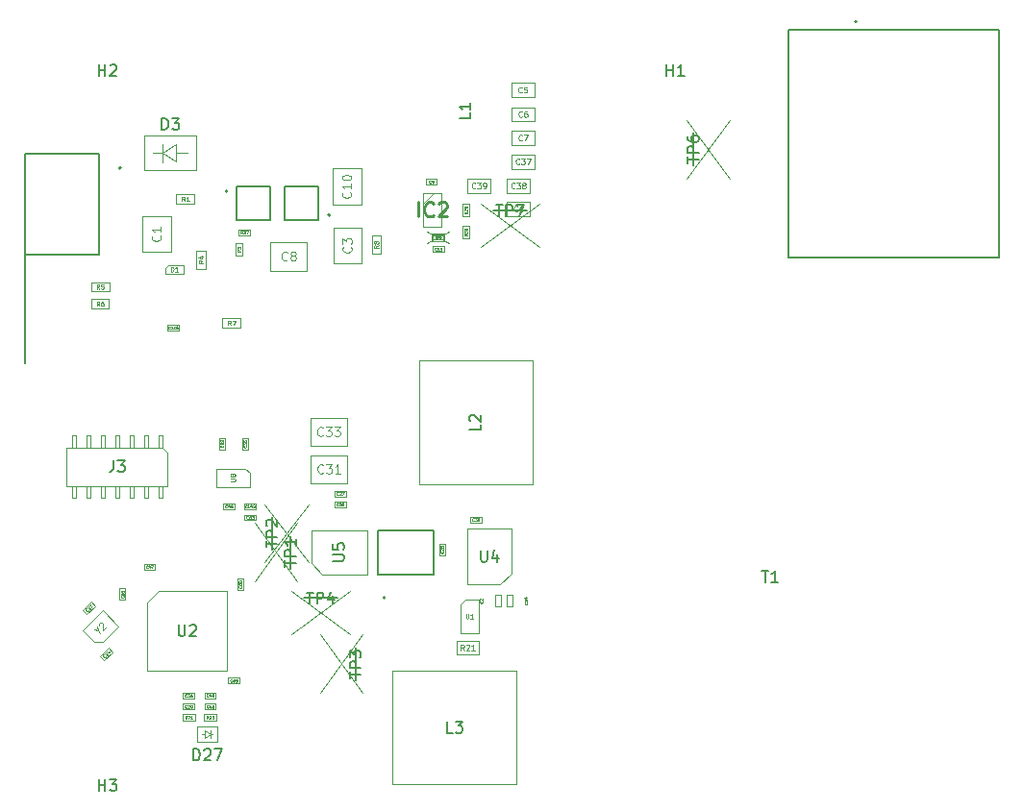
<source format=gbr>
G04 #@! TF.GenerationSoftware,KiCad,Pcbnew,9.0.1+1*
G04 #@! TF.CreationDate,2025-10-07T10:16:08+00:00*
G04 #@! TF.ProjectId,c64psu,63363470-7375-42e6-9b69-6361645f7063,rev?*
G04 #@! TF.SameCoordinates,Original*
G04 #@! TF.FileFunction,AssemblyDrawing,Top*
%FSLAX46Y46*%
G04 Gerber Fmt 4.6, Leading zero omitted, Abs format (unit mm)*
G04 Created by KiCad (PCBNEW 9.0.1+1) date 2025-10-07 10:16:08*
%MOMM*%
%LPD*%
G01*
G04 APERTURE LIST*
%ADD10C,0.150000*%
%ADD11C,0.080000*%
%ADD12C,0.060000*%
%ADD13C,0.040000*%
%ADD14C,0.120000*%
%ADD15C,0.254000*%
%ADD16C,0.090000*%
%ADD17C,0.127000*%
%ADD18C,0.200000*%
%ADD19C,0.100000*%
G04 APERTURE END LIST*
D10*
X197608095Y-86064819D02*
X198179523Y-86064819D01*
X197893809Y-87064819D02*
X197893809Y-86064819D01*
X199036666Y-87064819D02*
X198465238Y-87064819D01*
X198750952Y-87064819D02*
X198750952Y-86064819D01*
X198750952Y-86064819D02*
X198655714Y-86207676D01*
X198655714Y-86207676D02*
X198560476Y-86302914D01*
X198560476Y-86302914D02*
X198465238Y-86350533D01*
D11*
X176098966Y-54360280D02*
X176075157Y-54384090D01*
X176075157Y-54384090D02*
X176003728Y-54407899D01*
X176003728Y-54407899D02*
X175956109Y-54407899D01*
X175956109Y-54407899D02*
X175884681Y-54384090D01*
X175884681Y-54384090D02*
X175837062Y-54336470D01*
X175837062Y-54336470D02*
X175813252Y-54288851D01*
X175813252Y-54288851D02*
X175789443Y-54193613D01*
X175789443Y-54193613D02*
X175789443Y-54122185D01*
X175789443Y-54122185D02*
X175813252Y-54026947D01*
X175813252Y-54026947D02*
X175837062Y-53979328D01*
X175837062Y-53979328D02*
X175884681Y-53931709D01*
X175884681Y-53931709D02*
X175956109Y-53907899D01*
X175956109Y-53907899D02*
X176003728Y-53907899D01*
X176003728Y-53907899D02*
X176075157Y-53931709D01*
X176075157Y-53931709D02*
X176098966Y-53955518D01*
X176527538Y-54074566D02*
X176527538Y-54407899D01*
X176408490Y-53884090D02*
X176289443Y-54241232D01*
X176289443Y-54241232D02*
X176598966Y-54241232D01*
D10*
X157538095Y-87974819D02*
X158109523Y-87974819D01*
X157823809Y-88974819D02*
X157823809Y-87974819D01*
X158442857Y-88974819D02*
X158442857Y-87974819D01*
X158442857Y-87974819D02*
X158823809Y-87974819D01*
X158823809Y-87974819D02*
X158919047Y-88022438D01*
X158919047Y-88022438D02*
X158966666Y-88070057D01*
X158966666Y-88070057D02*
X159014285Y-88165295D01*
X159014285Y-88165295D02*
X159014285Y-88308152D01*
X159014285Y-88308152D02*
X158966666Y-88403390D01*
X158966666Y-88403390D02*
X158919047Y-88451009D01*
X158919047Y-88451009D02*
X158823809Y-88498628D01*
X158823809Y-88498628D02*
X158442857Y-88498628D01*
X159871428Y-88308152D02*
X159871428Y-88974819D01*
X159633333Y-87927200D02*
X159395238Y-88641485D01*
X159395238Y-88641485D02*
X160014285Y-88641485D01*
X157318804Y-88448249D02*
X160233576Y-88448249D01*
D11*
X176267271Y-50194680D02*
X176243462Y-50218490D01*
X176243462Y-50218490D02*
X176172033Y-50242299D01*
X176172033Y-50242299D02*
X176124414Y-50242299D01*
X176124414Y-50242299D02*
X176052986Y-50218490D01*
X176052986Y-50218490D02*
X176005367Y-50170870D01*
X176005367Y-50170870D02*
X175981557Y-50123251D01*
X175981557Y-50123251D02*
X175957748Y-50028013D01*
X175957748Y-50028013D02*
X175957748Y-49956585D01*
X175957748Y-49956585D02*
X175981557Y-49861347D01*
X175981557Y-49861347D02*
X176005367Y-49813728D01*
X176005367Y-49813728D02*
X176052986Y-49766109D01*
X176052986Y-49766109D02*
X176124414Y-49742299D01*
X176124414Y-49742299D02*
X176172033Y-49742299D01*
X176172033Y-49742299D02*
X176243462Y-49766109D01*
X176243462Y-49766109D02*
X176267271Y-49789918D01*
X176433938Y-49742299D02*
X176743462Y-49742299D01*
X176743462Y-49742299D02*
X176576795Y-49932775D01*
X176576795Y-49932775D02*
X176648224Y-49932775D01*
X176648224Y-49932775D02*
X176695843Y-49956585D01*
X176695843Y-49956585D02*
X176719652Y-49980394D01*
X176719652Y-49980394D02*
X176743462Y-50028013D01*
X176743462Y-50028013D02*
X176743462Y-50147061D01*
X176743462Y-50147061D02*
X176719652Y-50194680D01*
X176719652Y-50194680D02*
X176695843Y-50218490D01*
X176695843Y-50218490D02*
X176648224Y-50242299D01*
X176648224Y-50242299D02*
X176505367Y-50242299D01*
X176505367Y-50242299D02*
X176457748Y-50218490D01*
X176457748Y-50218490D02*
X176433938Y-50194680D01*
X176910128Y-49742299D02*
X177243461Y-49742299D01*
X177243461Y-49742299D02*
X177029176Y-50242299D01*
D10*
X161324819Y-95521905D02*
X161324819Y-94950477D01*
X162324819Y-95236191D02*
X161324819Y-95236191D01*
X162324819Y-94617143D02*
X161324819Y-94617143D01*
X161324819Y-94617143D02*
X161324819Y-94236191D01*
X161324819Y-94236191D02*
X161372438Y-94140953D01*
X161372438Y-94140953D02*
X161420057Y-94093334D01*
X161420057Y-94093334D02*
X161515295Y-94045715D01*
X161515295Y-94045715D02*
X161658152Y-94045715D01*
X161658152Y-94045715D02*
X161753390Y-94093334D01*
X161753390Y-94093334D02*
X161801009Y-94140953D01*
X161801009Y-94140953D02*
X161848628Y-94236191D01*
X161848628Y-94236191D02*
X161848628Y-94617143D01*
X161324819Y-93712381D02*
X161324819Y-93093334D01*
X161324819Y-93093334D02*
X161705771Y-93426667D01*
X161705771Y-93426667D02*
X161705771Y-93283810D01*
X161705771Y-93283810D02*
X161753390Y-93188572D01*
X161753390Y-93188572D02*
X161801009Y-93140953D01*
X161801009Y-93140953D02*
X161896247Y-93093334D01*
X161896247Y-93093334D02*
X162134342Y-93093334D01*
X162134342Y-93093334D02*
X162229580Y-93140953D01*
X162229580Y-93140953D02*
X162277200Y-93188572D01*
X162277200Y-93188572D02*
X162324819Y-93283810D01*
X162324819Y-93283810D02*
X162324819Y-93569524D01*
X162324819Y-93569524D02*
X162277200Y-93664762D01*
X162277200Y-93664762D02*
X162229580Y-93712381D01*
X161824819Y-95741196D02*
X161824819Y-92868334D01*
D12*
X145594762Y-59691927D02*
X145594762Y-59291927D01*
X145594762Y-59291927D02*
X145690000Y-59291927D01*
X145690000Y-59291927D02*
X145747143Y-59310975D01*
X145747143Y-59310975D02*
X145785238Y-59349070D01*
X145785238Y-59349070D02*
X145804285Y-59387165D01*
X145804285Y-59387165D02*
X145823333Y-59463356D01*
X145823333Y-59463356D02*
X145823333Y-59520499D01*
X145823333Y-59520499D02*
X145804285Y-59596689D01*
X145804285Y-59596689D02*
X145785238Y-59634784D01*
X145785238Y-59634784D02*
X145747143Y-59672880D01*
X145747143Y-59672880D02*
X145690000Y-59691927D01*
X145690000Y-59691927D02*
X145594762Y-59691927D01*
X146204285Y-59691927D02*
X145975714Y-59691927D01*
X146090000Y-59691927D02*
X146090000Y-59291927D01*
X146090000Y-59291927D02*
X146051904Y-59349070D01*
X146051904Y-59349070D02*
X146013809Y-59387165D01*
X146013809Y-59387165D02*
X145975714Y-59406213D01*
D13*
X150533784Y-80487465D02*
X150521880Y-80499370D01*
X150521880Y-80499370D02*
X150486165Y-80511274D01*
X150486165Y-80511274D02*
X150462356Y-80511274D01*
X150462356Y-80511274D02*
X150426642Y-80499370D01*
X150426642Y-80499370D02*
X150402832Y-80475560D01*
X150402832Y-80475560D02*
X150390927Y-80451750D01*
X150390927Y-80451750D02*
X150379023Y-80404131D01*
X150379023Y-80404131D02*
X150379023Y-80368417D01*
X150379023Y-80368417D02*
X150390927Y-80320798D01*
X150390927Y-80320798D02*
X150402832Y-80296989D01*
X150402832Y-80296989D02*
X150426642Y-80273179D01*
X150426642Y-80273179D02*
X150462356Y-80261274D01*
X150462356Y-80261274D02*
X150486165Y-80261274D01*
X150486165Y-80261274D02*
X150521880Y-80273179D01*
X150521880Y-80273179D02*
X150533784Y-80285084D01*
X150748070Y-80344608D02*
X150748070Y-80511274D01*
X150688546Y-80249370D02*
X150629023Y-80427941D01*
X150629023Y-80427941D02*
X150783784Y-80427941D01*
X150986165Y-80261274D02*
X150938546Y-80261274D01*
X150938546Y-80261274D02*
X150914737Y-80273179D01*
X150914737Y-80273179D02*
X150902832Y-80285084D01*
X150902832Y-80285084D02*
X150879022Y-80320798D01*
X150879022Y-80320798D02*
X150867118Y-80368417D01*
X150867118Y-80368417D02*
X150867118Y-80463655D01*
X150867118Y-80463655D02*
X150879022Y-80487465D01*
X150879022Y-80487465D02*
X150890927Y-80499370D01*
X150890927Y-80499370D02*
X150914737Y-80511274D01*
X150914737Y-80511274D02*
X150962356Y-80511274D01*
X150962356Y-80511274D02*
X150986165Y-80499370D01*
X150986165Y-80499370D02*
X150998070Y-80487465D01*
X150998070Y-80487465D02*
X151009975Y-80463655D01*
X151009975Y-80463655D02*
X151009975Y-80404131D01*
X151009975Y-80404131D02*
X150998070Y-80380322D01*
X150998070Y-80380322D02*
X150986165Y-80368417D01*
X150986165Y-80368417D02*
X150962356Y-80356512D01*
X150962356Y-80356512D02*
X150914737Y-80356512D01*
X150914737Y-80356512D02*
X150890927Y-80368417D01*
X150890927Y-80368417D02*
X150879022Y-80380322D01*
X150879022Y-80380322D02*
X150867118Y-80404131D01*
D10*
X189238095Y-42454819D02*
X189238095Y-41454819D01*
X189238095Y-41931009D02*
X189809523Y-41931009D01*
X189809523Y-42454819D02*
X189809523Y-41454819D01*
X190809523Y-42454819D02*
X190238095Y-42454819D01*
X190523809Y-42454819D02*
X190523809Y-41454819D01*
X190523809Y-41454819D02*
X190428571Y-41597676D01*
X190428571Y-41597676D02*
X190333333Y-41692914D01*
X190333333Y-41692914D02*
X190238095Y-41740533D01*
D12*
X139285633Y-61220677D02*
X139152300Y-61030201D01*
X139057062Y-61220677D02*
X139057062Y-60820677D01*
X139057062Y-60820677D02*
X139209443Y-60820677D01*
X139209443Y-60820677D02*
X139247538Y-60839725D01*
X139247538Y-60839725D02*
X139266585Y-60858772D01*
X139266585Y-60858772D02*
X139285633Y-60896868D01*
X139285633Y-60896868D02*
X139285633Y-60954010D01*
X139285633Y-60954010D02*
X139266585Y-60992106D01*
X139266585Y-60992106D02*
X139247538Y-61011153D01*
X139247538Y-61011153D02*
X139209443Y-61030201D01*
X139209443Y-61030201D02*
X139057062Y-61030201D01*
X139647538Y-60820677D02*
X139457062Y-60820677D01*
X139457062Y-60820677D02*
X139438014Y-61011153D01*
X139438014Y-61011153D02*
X139457062Y-60992106D01*
X139457062Y-60992106D02*
X139495157Y-60973058D01*
X139495157Y-60973058D02*
X139590395Y-60973058D01*
X139590395Y-60973058D02*
X139628490Y-60992106D01*
X139628490Y-60992106D02*
X139647538Y-61011153D01*
X139647538Y-61011153D02*
X139666585Y-61049249D01*
X139666585Y-61049249D02*
X139666585Y-61144487D01*
X139666585Y-61144487D02*
X139647538Y-61182582D01*
X139647538Y-61182582D02*
X139628490Y-61201630D01*
X139628490Y-61201630D02*
X139590395Y-61220677D01*
X139590395Y-61220677D02*
X139495157Y-61220677D01*
X139495157Y-61220677D02*
X139457062Y-61201630D01*
X139457062Y-61201630D02*
X139438014Y-61182582D01*
D13*
X173026565Y-88751666D02*
X173038470Y-88763570D01*
X173038470Y-88763570D02*
X173050374Y-88799285D01*
X173050374Y-88799285D02*
X173050374Y-88823094D01*
X173050374Y-88823094D02*
X173038470Y-88858808D01*
X173038470Y-88858808D02*
X173014660Y-88882618D01*
X173014660Y-88882618D02*
X172990850Y-88894523D01*
X172990850Y-88894523D02*
X172943231Y-88906427D01*
X172943231Y-88906427D02*
X172907517Y-88906427D01*
X172907517Y-88906427D02*
X172859898Y-88894523D01*
X172859898Y-88894523D02*
X172836089Y-88882618D01*
X172836089Y-88882618D02*
X172812279Y-88858808D01*
X172812279Y-88858808D02*
X172800374Y-88823094D01*
X172800374Y-88823094D02*
X172800374Y-88799285D01*
X172800374Y-88799285D02*
X172812279Y-88763570D01*
X172812279Y-88763570D02*
X172824184Y-88751666D01*
X172824184Y-88656427D02*
X172812279Y-88644523D01*
X172812279Y-88644523D02*
X172800374Y-88620713D01*
X172800374Y-88620713D02*
X172800374Y-88561189D01*
X172800374Y-88561189D02*
X172812279Y-88537380D01*
X172812279Y-88537380D02*
X172824184Y-88525475D01*
X172824184Y-88525475D02*
X172847993Y-88513570D01*
X172847993Y-88513570D02*
X172871803Y-88513570D01*
X172871803Y-88513570D02*
X172907517Y-88525475D01*
X172907517Y-88525475D02*
X173050374Y-88668332D01*
X173050374Y-88668332D02*
X173050374Y-88513570D01*
D11*
X176490165Y-43895480D02*
X176466356Y-43919290D01*
X176466356Y-43919290D02*
X176394927Y-43943099D01*
X176394927Y-43943099D02*
X176347308Y-43943099D01*
X176347308Y-43943099D02*
X176275880Y-43919290D01*
X176275880Y-43919290D02*
X176228261Y-43871670D01*
X176228261Y-43871670D02*
X176204451Y-43824051D01*
X176204451Y-43824051D02*
X176180642Y-43728813D01*
X176180642Y-43728813D02*
X176180642Y-43657385D01*
X176180642Y-43657385D02*
X176204451Y-43562147D01*
X176204451Y-43562147D02*
X176228261Y-43514528D01*
X176228261Y-43514528D02*
X176275880Y-43466909D01*
X176275880Y-43466909D02*
X176347308Y-43443099D01*
X176347308Y-43443099D02*
X176394927Y-43443099D01*
X176394927Y-43443099D02*
X176466356Y-43466909D01*
X176466356Y-43466909D02*
X176490165Y-43490718D01*
X176942546Y-43443099D02*
X176704451Y-43443099D01*
X176704451Y-43443099D02*
X176680642Y-43681194D01*
X176680642Y-43681194D02*
X176704451Y-43657385D01*
X176704451Y-43657385D02*
X176752070Y-43633575D01*
X176752070Y-43633575D02*
X176871118Y-43633575D01*
X176871118Y-43633575D02*
X176918737Y-43657385D01*
X176918737Y-43657385D02*
X176942546Y-43681194D01*
X176942546Y-43681194D02*
X176966356Y-43728813D01*
X176966356Y-43728813D02*
X176966356Y-43847861D01*
X176966356Y-43847861D02*
X176942546Y-43895480D01*
X176942546Y-43895480D02*
X176918737Y-43919290D01*
X176918737Y-43919290D02*
X176871118Y-43943099D01*
X176871118Y-43943099D02*
X176752070Y-43943099D01*
X176752070Y-43943099D02*
X176704451Y-43919290D01*
X176704451Y-43919290D02*
X176680642Y-43895480D01*
D13*
X151713300Y-57782081D02*
X151589491Y-57868748D01*
X151713300Y-57930653D02*
X151453300Y-57930653D01*
X151453300Y-57930653D02*
X151453300Y-57831605D01*
X151453300Y-57831605D02*
X151465681Y-57806843D01*
X151465681Y-57806843D02*
X151478062Y-57794462D01*
X151478062Y-57794462D02*
X151502824Y-57782081D01*
X151502824Y-57782081D02*
X151539967Y-57782081D01*
X151539967Y-57782081D02*
X151564729Y-57794462D01*
X151564729Y-57794462D02*
X151577110Y-57806843D01*
X151577110Y-57806843D02*
X151589491Y-57831605D01*
X151589491Y-57831605D02*
X151589491Y-57930653D01*
X151453300Y-57695415D02*
X151453300Y-57534462D01*
X151453300Y-57534462D02*
X151552348Y-57621129D01*
X151552348Y-57621129D02*
X151552348Y-57583986D01*
X151552348Y-57583986D02*
X151564729Y-57559224D01*
X151564729Y-57559224D02*
X151577110Y-57546843D01*
X151577110Y-57546843D02*
X151601872Y-57534462D01*
X151601872Y-57534462D02*
X151663777Y-57534462D01*
X151663777Y-57534462D02*
X151688539Y-57546843D01*
X151688539Y-57546843D02*
X151700920Y-57559224D01*
X151700920Y-57559224D02*
X151713300Y-57583986D01*
X151713300Y-57583986D02*
X151713300Y-57658272D01*
X151713300Y-57658272D02*
X151700920Y-57683034D01*
X151700920Y-57683034D02*
X151688539Y-57695415D01*
X148881485Y-98116765D02*
X148869581Y-98128670D01*
X148869581Y-98128670D02*
X148833866Y-98140574D01*
X148833866Y-98140574D02*
X148810057Y-98140574D01*
X148810057Y-98140574D02*
X148774343Y-98128670D01*
X148774343Y-98128670D02*
X148750533Y-98104860D01*
X148750533Y-98104860D02*
X148738628Y-98081050D01*
X148738628Y-98081050D02*
X148726724Y-98033431D01*
X148726724Y-98033431D02*
X148726724Y-97997717D01*
X148726724Y-97997717D02*
X148738628Y-97950098D01*
X148738628Y-97950098D02*
X148750533Y-97926289D01*
X148750533Y-97926289D02*
X148774343Y-97902479D01*
X148774343Y-97902479D02*
X148810057Y-97890574D01*
X148810057Y-97890574D02*
X148833866Y-97890574D01*
X148833866Y-97890574D02*
X148869581Y-97902479D01*
X148869581Y-97902479D02*
X148881485Y-97914384D01*
X149095771Y-97973908D02*
X149095771Y-98140574D01*
X149036247Y-97878670D02*
X148976724Y-98057241D01*
X148976724Y-98057241D02*
X149131485Y-98057241D01*
X149262438Y-97997717D02*
X149238628Y-97985812D01*
X149238628Y-97985812D02*
X149226723Y-97973908D01*
X149226723Y-97973908D02*
X149214819Y-97950098D01*
X149214819Y-97950098D02*
X149214819Y-97938193D01*
X149214819Y-97938193D02*
X149226723Y-97914384D01*
X149226723Y-97914384D02*
X149238628Y-97902479D01*
X149238628Y-97902479D02*
X149262438Y-97890574D01*
X149262438Y-97890574D02*
X149310057Y-97890574D01*
X149310057Y-97890574D02*
X149333866Y-97902479D01*
X149333866Y-97902479D02*
X149345771Y-97914384D01*
X149345771Y-97914384D02*
X149357676Y-97938193D01*
X149357676Y-97938193D02*
X149357676Y-97950098D01*
X149357676Y-97950098D02*
X149345771Y-97973908D01*
X149345771Y-97973908D02*
X149333866Y-97985812D01*
X149333866Y-97985812D02*
X149310057Y-97997717D01*
X149310057Y-97997717D02*
X149262438Y-97997717D01*
X149262438Y-97997717D02*
X149238628Y-98009622D01*
X149238628Y-98009622D02*
X149226723Y-98021527D01*
X149226723Y-98021527D02*
X149214819Y-98045336D01*
X149214819Y-98045336D02*
X149214819Y-98092955D01*
X149214819Y-98092955D02*
X149226723Y-98116765D01*
X149226723Y-98116765D02*
X149238628Y-98128670D01*
X149238628Y-98128670D02*
X149262438Y-98140574D01*
X149262438Y-98140574D02*
X149310057Y-98140574D01*
X149310057Y-98140574D02*
X149333866Y-98128670D01*
X149333866Y-98128670D02*
X149345771Y-98116765D01*
X149345771Y-98116765D02*
X149357676Y-98092955D01*
X149357676Y-98092955D02*
X149357676Y-98045336D01*
X149357676Y-98045336D02*
X149345771Y-98021527D01*
X149345771Y-98021527D02*
X149333866Y-98009622D01*
X149333866Y-98009622D02*
X149310057Y-97997717D01*
X171677700Y-54451491D02*
X171553891Y-54538158D01*
X171677700Y-54600063D02*
X171417700Y-54600063D01*
X171417700Y-54600063D02*
X171417700Y-54501015D01*
X171417700Y-54501015D02*
X171430081Y-54476253D01*
X171430081Y-54476253D02*
X171442462Y-54463872D01*
X171442462Y-54463872D02*
X171467224Y-54451491D01*
X171467224Y-54451491D02*
X171504367Y-54451491D01*
X171504367Y-54451491D02*
X171529129Y-54463872D01*
X171529129Y-54463872D02*
X171541510Y-54476253D01*
X171541510Y-54476253D02*
X171553891Y-54501015D01*
X171553891Y-54501015D02*
X171553891Y-54600063D01*
X171442462Y-54352444D02*
X171430081Y-54340063D01*
X171430081Y-54340063D02*
X171417700Y-54315301D01*
X171417700Y-54315301D02*
X171417700Y-54253396D01*
X171417700Y-54253396D02*
X171430081Y-54228634D01*
X171430081Y-54228634D02*
X171442462Y-54216253D01*
X171442462Y-54216253D02*
X171467224Y-54203872D01*
X171467224Y-54203872D02*
X171491986Y-54203872D01*
X171491986Y-54203872D02*
X171529129Y-54216253D01*
X171529129Y-54216253D02*
X171677700Y-54364825D01*
X171677700Y-54364825D02*
X171677700Y-54203872D01*
X171677700Y-54080063D02*
X171677700Y-54030539D01*
X171677700Y-54030539D02*
X171665320Y-54005777D01*
X171665320Y-54005777D02*
X171652939Y-53993396D01*
X171652939Y-53993396D02*
X171615796Y-53968634D01*
X171615796Y-53968634D02*
X171566272Y-53956253D01*
X171566272Y-53956253D02*
X171467224Y-53956253D01*
X171467224Y-53956253D02*
X171442462Y-53968634D01*
X171442462Y-53968634D02*
X171430081Y-53981015D01*
X171430081Y-53981015D02*
X171417700Y-54005777D01*
X171417700Y-54005777D02*
X171417700Y-54055301D01*
X171417700Y-54055301D02*
X171430081Y-54080063D01*
X171430081Y-54080063D02*
X171442462Y-54092444D01*
X171442462Y-54092444D02*
X171467224Y-54104825D01*
X171467224Y-54104825D02*
X171529129Y-54104825D01*
X171529129Y-54104825D02*
X171553891Y-54092444D01*
X171553891Y-54092444D02*
X171566272Y-54080063D01*
X171566272Y-54080063D02*
X171578653Y-54055301D01*
X171578653Y-54055301D02*
X171578653Y-54005777D01*
X171578653Y-54005777D02*
X171566272Y-53981015D01*
X171566272Y-53981015D02*
X171553891Y-53968634D01*
X171553891Y-53968634D02*
X171529129Y-53956253D01*
X138324031Y-89517315D02*
X138324031Y-89534151D01*
X138324031Y-89534151D02*
X138307195Y-89567823D01*
X138307195Y-89567823D02*
X138290359Y-89584659D01*
X138290359Y-89584659D02*
X138256688Y-89601494D01*
X138256688Y-89601494D02*
X138223016Y-89601494D01*
X138223016Y-89601494D02*
X138197762Y-89593077D01*
X138197762Y-89593077D02*
X138155672Y-89567823D01*
X138155672Y-89567823D02*
X138130419Y-89542569D01*
X138130419Y-89542569D02*
X138105165Y-89500479D01*
X138105165Y-89500479D02*
X138096747Y-89475225D01*
X138096747Y-89475225D02*
X138096747Y-89441554D01*
X138096747Y-89441554D02*
X138113583Y-89407882D01*
X138113583Y-89407882D02*
X138130419Y-89391046D01*
X138130419Y-89391046D02*
X138164090Y-89374210D01*
X138164090Y-89374210D02*
X138180926Y-89374210D01*
X138425046Y-89449972D02*
X138458718Y-89416300D01*
X138458718Y-89416300D02*
X138467136Y-89391046D01*
X138467136Y-89391046D02*
X138467136Y-89374210D01*
X138467136Y-89374210D02*
X138458718Y-89332120D01*
X138458718Y-89332120D02*
X138433464Y-89290031D01*
X138433464Y-89290031D02*
X138366121Y-89222687D01*
X138366121Y-89222687D02*
X138340867Y-89214269D01*
X138340867Y-89214269D02*
X138324031Y-89214269D01*
X138324031Y-89214269D02*
X138298777Y-89222687D01*
X138298777Y-89222687D02*
X138265106Y-89256359D01*
X138265106Y-89256359D02*
X138256688Y-89281613D01*
X138256688Y-89281613D02*
X138256688Y-89298449D01*
X138256688Y-89298449D02*
X138265106Y-89323703D01*
X138265106Y-89323703D02*
X138307195Y-89365792D01*
X138307195Y-89365792D02*
X138332449Y-89374210D01*
X138332449Y-89374210D02*
X138349285Y-89374210D01*
X138349285Y-89374210D02*
X138374539Y-89365792D01*
X138374539Y-89365792D02*
X138408210Y-89332120D01*
X138408210Y-89332120D02*
X138416628Y-89306867D01*
X138416628Y-89306867D02*
X138416628Y-89290031D01*
X138416628Y-89290031D02*
X138408210Y-89264777D01*
X138391374Y-89130090D02*
X138509226Y-89012239D01*
X138509226Y-89012239D02*
X138610241Y-89264777D01*
D12*
X146804033Y-53499077D02*
X146670700Y-53308601D01*
X146575462Y-53499077D02*
X146575462Y-53099077D01*
X146575462Y-53099077D02*
X146727843Y-53099077D01*
X146727843Y-53099077D02*
X146765938Y-53118125D01*
X146765938Y-53118125D02*
X146784985Y-53137172D01*
X146784985Y-53137172D02*
X146804033Y-53175268D01*
X146804033Y-53175268D02*
X146804033Y-53232410D01*
X146804033Y-53232410D02*
X146784985Y-53270506D01*
X146784985Y-53270506D02*
X146765938Y-53289553D01*
X146765938Y-53289553D02*
X146727843Y-53308601D01*
X146727843Y-53308601D02*
X146575462Y-53308601D01*
X147184985Y-53499077D02*
X146956414Y-53499077D01*
X147070700Y-53499077D02*
X147070700Y-53099077D01*
X147070700Y-53099077D02*
X147032604Y-53156220D01*
X147032604Y-53156220D02*
X146994509Y-53194315D01*
X146994509Y-53194315D02*
X146956414Y-53213363D01*
D13*
X171677700Y-56379892D02*
X171553891Y-56466559D01*
X171677700Y-56528464D02*
X171417700Y-56528464D01*
X171417700Y-56528464D02*
X171417700Y-56429416D01*
X171417700Y-56429416D02*
X171430081Y-56404654D01*
X171430081Y-56404654D02*
X171442462Y-56392273D01*
X171442462Y-56392273D02*
X171467224Y-56379892D01*
X171467224Y-56379892D02*
X171504367Y-56379892D01*
X171504367Y-56379892D02*
X171529129Y-56392273D01*
X171529129Y-56392273D02*
X171541510Y-56404654D01*
X171541510Y-56404654D02*
X171553891Y-56429416D01*
X171553891Y-56429416D02*
X171553891Y-56528464D01*
X171417700Y-56293226D02*
X171417700Y-56132273D01*
X171417700Y-56132273D02*
X171516748Y-56218940D01*
X171516748Y-56218940D02*
X171516748Y-56181797D01*
X171516748Y-56181797D02*
X171529129Y-56157035D01*
X171529129Y-56157035D02*
X171541510Y-56144654D01*
X171541510Y-56144654D02*
X171566272Y-56132273D01*
X171566272Y-56132273D02*
X171628177Y-56132273D01*
X171628177Y-56132273D02*
X171652939Y-56144654D01*
X171652939Y-56144654D02*
X171665320Y-56157035D01*
X171665320Y-56157035D02*
X171677700Y-56181797D01*
X171677700Y-56181797D02*
X171677700Y-56256083D01*
X171677700Y-56256083D02*
X171665320Y-56280845D01*
X171665320Y-56280845D02*
X171652939Y-56293226D01*
X171417700Y-55971321D02*
X171417700Y-55946559D01*
X171417700Y-55946559D02*
X171430081Y-55921797D01*
X171430081Y-55921797D02*
X171442462Y-55909416D01*
X171442462Y-55909416D02*
X171467224Y-55897035D01*
X171467224Y-55897035D02*
X171516748Y-55884654D01*
X171516748Y-55884654D02*
X171578653Y-55884654D01*
X171578653Y-55884654D02*
X171628177Y-55897035D01*
X171628177Y-55897035D02*
X171652939Y-55909416D01*
X171652939Y-55909416D02*
X171665320Y-55921797D01*
X171665320Y-55921797D02*
X171677700Y-55946559D01*
X171677700Y-55946559D02*
X171677700Y-55971321D01*
X171677700Y-55971321D02*
X171665320Y-55996083D01*
X171665320Y-55996083D02*
X171652939Y-56008464D01*
X171652939Y-56008464D02*
X171628177Y-56020845D01*
X171628177Y-56020845D02*
X171578653Y-56033226D01*
X171578653Y-56033226D02*
X171516748Y-56033226D01*
X171516748Y-56033226D02*
X171467224Y-56020845D01*
X171467224Y-56020845D02*
X171442462Y-56008464D01*
X171442462Y-56008464D02*
X171430081Y-55996083D01*
X171430081Y-55996083D02*
X171417700Y-55971321D01*
D10*
X144793004Y-47207969D02*
X144793004Y-46207969D01*
X144793004Y-46207969D02*
X145031099Y-46207969D01*
X145031099Y-46207969D02*
X145173956Y-46255588D01*
X145173956Y-46255588D02*
X145269194Y-46350826D01*
X145269194Y-46350826D02*
X145316813Y-46446064D01*
X145316813Y-46446064D02*
X145364432Y-46636540D01*
X145364432Y-46636540D02*
X145364432Y-46779397D01*
X145364432Y-46779397D02*
X145316813Y-46969873D01*
X145316813Y-46969873D02*
X145269194Y-47065111D01*
X145269194Y-47065111D02*
X145173956Y-47160350D01*
X145173956Y-47160350D02*
X145031099Y-47207969D01*
X145031099Y-47207969D02*
X144793004Y-47207969D01*
X145697766Y-46207969D02*
X146316813Y-46207969D01*
X146316813Y-46207969D02*
X145983480Y-46588921D01*
X145983480Y-46588921D02*
X146126337Y-46588921D01*
X146126337Y-46588921D02*
X146221575Y-46636540D01*
X146221575Y-46636540D02*
X146269194Y-46684159D01*
X146269194Y-46684159D02*
X146316813Y-46779397D01*
X146316813Y-46779397D02*
X146316813Y-47017492D01*
X146316813Y-47017492D02*
X146269194Y-47112730D01*
X146269194Y-47112730D02*
X146221575Y-47160350D01*
X146221575Y-47160350D02*
X146126337Y-47207969D01*
X146126337Y-47207969D02*
X145840623Y-47207969D01*
X145840623Y-47207969D02*
X145745385Y-47160350D01*
X145745385Y-47160350D02*
X145697766Y-47112730D01*
D13*
X150174664Y-75021214D02*
X150186569Y-75033118D01*
X150186569Y-75033118D02*
X150198473Y-75068833D01*
X150198473Y-75068833D02*
X150198473Y-75092642D01*
X150198473Y-75092642D02*
X150186569Y-75128356D01*
X150186569Y-75128356D02*
X150162759Y-75152166D01*
X150162759Y-75152166D02*
X150138949Y-75164071D01*
X150138949Y-75164071D02*
X150091330Y-75175975D01*
X150091330Y-75175975D02*
X150055616Y-75175975D01*
X150055616Y-75175975D02*
X150007997Y-75164071D01*
X150007997Y-75164071D02*
X149984188Y-75152166D01*
X149984188Y-75152166D02*
X149960378Y-75128356D01*
X149960378Y-75128356D02*
X149948473Y-75092642D01*
X149948473Y-75092642D02*
X149948473Y-75068833D01*
X149948473Y-75068833D02*
X149960378Y-75033118D01*
X149960378Y-75033118D02*
X149972283Y-75021214D01*
X149948473Y-74806928D02*
X149948473Y-74854547D01*
X149948473Y-74854547D02*
X149960378Y-74878356D01*
X149960378Y-74878356D02*
X149972283Y-74890261D01*
X149972283Y-74890261D02*
X150007997Y-74914071D01*
X150007997Y-74914071D02*
X150055616Y-74925975D01*
X150055616Y-74925975D02*
X150150854Y-74925975D01*
X150150854Y-74925975D02*
X150174664Y-74914071D01*
X150174664Y-74914071D02*
X150186569Y-74902166D01*
X150186569Y-74902166D02*
X150198473Y-74878356D01*
X150198473Y-74878356D02*
X150198473Y-74830737D01*
X150198473Y-74830737D02*
X150186569Y-74806928D01*
X150186569Y-74806928D02*
X150174664Y-74795023D01*
X150174664Y-74795023D02*
X150150854Y-74783118D01*
X150150854Y-74783118D02*
X150091330Y-74783118D01*
X150091330Y-74783118D02*
X150067521Y-74795023D01*
X150067521Y-74795023D02*
X150055616Y-74806928D01*
X150055616Y-74806928D02*
X150043711Y-74830737D01*
X150043711Y-74830737D02*
X150043711Y-74878356D01*
X150043711Y-74878356D02*
X150055616Y-74902166D01*
X150055616Y-74902166D02*
X150067521Y-74914071D01*
X150067521Y-74914071D02*
X150091330Y-74925975D01*
X149972283Y-74687880D02*
X149960378Y-74675976D01*
X149960378Y-74675976D02*
X149948473Y-74652166D01*
X149948473Y-74652166D02*
X149948473Y-74592642D01*
X149948473Y-74592642D02*
X149960378Y-74568833D01*
X149960378Y-74568833D02*
X149972283Y-74556928D01*
X149972283Y-74556928D02*
X149996092Y-74545023D01*
X149996092Y-74545023D02*
X150019902Y-74545023D01*
X150019902Y-74545023D02*
X150055616Y-74556928D01*
X150055616Y-74556928D02*
X150198473Y-74699785D01*
X150198473Y-74699785D02*
X150198473Y-74545023D01*
D10*
X153964819Y-83981903D02*
X153964819Y-83410475D01*
X154964819Y-83696189D02*
X153964819Y-83696189D01*
X154964819Y-83077141D02*
X153964819Y-83077141D01*
X153964819Y-83077141D02*
X153964819Y-82696189D01*
X153964819Y-82696189D02*
X154012438Y-82600951D01*
X154012438Y-82600951D02*
X154060057Y-82553332D01*
X154060057Y-82553332D02*
X154155295Y-82505713D01*
X154155295Y-82505713D02*
X154298152Y-82505713D01*
X154298152Y-82505713D02*
X154393390Y-82553332D01*
X154393390Y-82553332D02*
X154441009Y-82600951D01*
X154441009Y-82600951D02*
X154488628Y-82696189D01*
X154488628Y-82696189D02*
X154488628Y-83077141D01*
X154060057Y-82124760D02*
X154012438Y-82077141D01*
X154012438Y-82077141D02*
X153964819Y-81981903D01*
X153964819Y-81981903D02*
X153964819Y-81743808D01*
X153964819Y-81743808D02*
X154012438Y-81648570D01*
X154012438Y-81648570D02*
X154060057Y-81600951D01*
X154060057Y-81600951D02*
X154155295Y-81553332D01*
X154155295Y-81553332D02*
X154250533Y-81553332D01*
X154250533Y-81553332D02*
X154393390Y-81600951D01*
X154393390Y-81600951D02*
X154964819Y-82172379D01*
X154964819Y-82172379D02*
X154964819Y-81553332D01*
X154464819Y-84201194D02*
X154464819Y-81328332D01*
D14*
X158955714Y-74127664D02*
X158917618Y-74165760D01*
X158917618Y-74165760D02*
X158803333Y-74203855D01*
X158803333Y-74203855D02*
X158727142Y-74203855D01*
X158727142Y-74203855D02*
X158612856Y-74165760D01*
X158612856Y-74165760D02*
X158536666Y-74089569D01*
X158536666Y-74089569D02*
X158498571Y-74013379D01*
X158498571Y-74013379D02*
X158460475Y-73860998D01*
X158460475Y-73860998D02*
X158460475Y-73746712D01*
X158460475Y-73746712D02*
X158498571Y-73594331D01*
X158498571Y-73594331D02*
X158536666Y-73518140D01*
X158536666Y-73518140D02*
X158612856Y-73441950D01*
X158612856Y-73441950D02*
X158727142Y-73403855D01*
X158727142Y-73403855D02*
X158803333Y-73403855D01*
X158803333Y-73403855D02*
X158917618Y-73441950D01*
X158917618Y-73441950D02*
X158955714Y-73480045D01*
X159222380Y-73403855D02*
X159717618Y-73403855D01*
X159717618Y-73403855D02*
X159450952Y-73708617D01*
X159450952Y-73708617D02*
X159565237Y-73708617D01*
X159565237Y-73708617D02*
X159641428Y-73746712D01*
X159641428Y-73746712D02*
X159679523Y-73784807D01*
X159679523Y-73784807D02*
X159717618Y-73860998D01*
X159717618Y-73860998D02*
X159717618Y-74051474D01*
X159717618Y-74051474D02*
X159679523Y-74127664D01*
X159679523Y-74127664D02*
X159641428Y-74165760D01*
X159641428Y-74165760D02*
X159565237Y-74203855D01*
X159565237Y-74203855D02*
X159336666Y-74203855D01*
X159336666Y-74203855D02*
X159260475Y-74165760D01*
X159260475Y-74165760D02*
X159222380Y-74127664D01*
X159984285Y-73403855D02*
X160479523Y-73403855D01*
X160479523Y-73403855D02*
X160212857Y-73708617D01*
X160212857Y-73708617D02*
X160327142Y-73708617D01*
X160327142Y-73708617D02*
X160403333Y-73746712D01*
X160403333Y-73746712D02*
X160441428Y-73784807D01*
X160441428Y-73784807D02*
X160479523Y-73860998D01*
X160479523Y-73860998D02*
X160479523Y-74051474D01*
X160479523Y-74051474D02*
X160441428Y-74127664D01*
X160441428Y-74127664D02*
X160403333Y-74165760D01*
X160403333Y-74165760D02*
X160327142Y-74203855D01*
X160327142Y-74203855D02*
X160098571Y-74203855D01*
X160098571Y-74203855D02*
X160022380Y-74165760D01*
X160022380Y-74165760D02*
X159984285Y-74127664D01*
D11*
X172406471Y-52328280D02*
X172382662Y-52352090D01*
X172382662Y-52352090D02*
X172311233Y-52375899D01*
X172311233Y-52375899D02*
X172263614Y-52375899D01*
X172263614Y-52375899D02*
X172192186Y-52352090D01*
X172192186Y-52352090D02*
X172144567Y-52304470D01*
X172144567Y-52304470D02*
X172120757Y-52256851D01*
X172120757Y-52256851D02*
X172096948Y-52161613D01*
X172096948Y-52161613D02*
X172096948Y-52090185D01*
X172096948Y-52090185D02*
X172120757Y-51994947D01*
X172120757Y-51994947D02*
X172144567Y-51947328D01*
X172144567Y-51947328D02*
X172192186Y-51899709D01*
X172192186Y-51899709D02*
X172263614Y-51875899D01*
X172263614Y-51875899D02*
X172311233Y-51875899D01*
X172311233Y-51875899D02*
X172382662Y-51899709D01*
X172382662Y-51899709D02*
X172406471Y-51923518D01*
X172573138Y-51875899D02*
X172882662Y-51875899D01*
X172882662Y-51875899D02*
X172715995Y-52066375D01*
X172715995Y-52066375D02*
X172787424Y-52066375D01*
X172787424Y-52066375D02*
X172835043Y-52090185D01*
X172835043Y-52090185D02*
X172858852Y-52113994D01*
X172858852Y-52113994D02*
X172882662Y-52161613D01*
X172882662Y-52161613D02*
X172882662Y-52280661D01*
X172882662Y-52280661D02*
X172858852Y-52328280D01*
X172858852Y-52328280D02*
X172835043Y-52352090D01*
X172835043Y-52352090D02*
X172787424Y-52375899D01*
X172787424Y-52375899D02*
X172644567Y-52375899D01*
X172644567Y-52375899D02*
X172596948Y-52352090D01*
X172596948Y-52352090D02*
X172573138Y-52328280D01*
X173120757Y-52375899D02*
X173215995Y-52375899D01*
X173215995Y-52375899D02*
X173263614Y-52352090D01*
X173263614Y-52352090D02*
X173287423Y-52328280D01*
X173287423Y-52328280D02*
X173335042Y-52256851D01*
X173335042Y-52256851D02*
X173358852Y-52161613D01*
X173358852Y-52161613D02*
X173358852Y-51971137D01*
X173358852Y-51971137D02*
X173335042Y-51923518D01*
X173335042Y-51923518D02*
X173311233Y-51899709D01*
X173311233Y-51899709D02*
X173263614Y-51875899D01*
X173263614Y-51875899D02*
X173168376Y-51875899D01*
X173168376Y-51875899D02*
X173120757Y-51899709D01*
X173120757Y-51899709D02*
X173096947Y-51923518D01*
X173096947Y-51923518D02*
X173073138Y-51971137D01*
X173073138Y-51971137D02*
X173073138Y-52090185D01*
X173073138Y-52090185D02*
X173096947Y-52137804D01*
X173096947Y-52137804D02*
X173120757Y-52161613D01*
X173120757Y-52161613D02*
X173168376Y-52185423D01*
X173168376Y-52185423D02*
X173263614Y-52185423D01*
X173263614Y-52185423D02*
X173311233Y-52161613D01*
X173311233Y-52161613D02*
X173335042Y-52137804D01*
X173335042Y-52137804D02*
X173358852Y-52090185D01*
D10*
X159860566Y-85191666D02*
X160653900Y-85191666D01*
X160653900Y-85191666D02*
X160747233Y-85145000D01*
X160747233Y-85145000D02*
X160793900Y-85098333D01*
X160793900Y-85098333D02*
X160840566Y-85005000D01*
X160840566Y-85005000D02*
X160840566Y-84818333D01*
X160840566Y-84818333D02*
X160793900Y-84725000D01*
X160793900Y-84725000D02*
X160747233Y-84678333D01*
X160747233Y-84678333D02*
X160653900Y-84631666D01*
X160653900Y-84631666D02*
X159860566Y-84631666D01*
X159860566Y-83698333D02*
X159860566Y-84164999D01*
X159860566Y-84164999D02*
X160327233Y-84211666D01*
X160327233Y-84211666D02*
X160280566Y-84164999D01*
X160280566Y-84164999D02*
X160233900Y-84071666D01*
X160233900Y-84071666D02*
X160233900Y-83838333D01*
X160233900Y-83838333D02*
X160280566Y-83744999D01*
X160280566Y-83744999D02*
X160327233Y-83698333D01*
X160327233Y-83698333D02*
X160420566Y-83651666D01*
X160420566Y-83651666D02*
X160653900Y-83651666D01*
X160653900Y-83651666D02*
X160747233Y-83698333D01*
X160747233Y-83698333D02*
X160793900Y-83744999D01*
X160793900Y-83744999D02*
X160840566Y-83838333D01*
X160840566Y-83838333D02*
X160840566Y-84071666D01*
X160840566Y-84071666D02*
X160793900Y-84164999D01*
X160793900Y-84164999D02*
X160747233Y-84211666D01*
D13*
X152206664Y-75044014D02*
X152218569Y-75055918D01*
X152218569Y-75055918D02*
X152230473Y-75091633D01*
X152230473Y-75091633D02*
X152230473Y-75115442D01*
X152230473Y-75115442D02*
X152218569Y-75151156D01*
X152218569Y-75151156D02*
X152194759Y-75174966D01*
X152194759Y-75174966D02*
X152170949Y-75186871D01*
X152170949Y-75186871D02*
X152123330Y-75198775D01*
X152123330Y-75198775D02*
X152087616Y-75198775D01*
X152087616Y-75198775D02*
X152039997Y-75186871D01*
X152039997Y-75186871D02*
X152016188Y-75174966D01*
X152016188Y-75174966D02*
X151992378Y-75151156D01*
X151992378Y-75151156D02*
X151980473Y-75115442D01*
X151980473Y-75115442D02*
X151980473Y-75091633D01*
X151980473Y-75091633D02*
X151992378Y-75055918D01*
X151992378Y-75055918D02*
X152004283Y-75044014D01*
X151980473Y-74960680D02*
X151980473Y-74805918D01*
X151980473Y-74805918D02*
X152075711Y-74889252D01*
X152075711Y-74889252D02*
X152075711Y-74853537D01*
X152075711Y-74853537D02*
X152087616Y-74829728D01*
X152087616Y-74829728D02*
X152099521Y-74817823D01*
X152099521Y-74817823D02*
X152123330Y-74805918D01*
X152123330Y-74805918D02*
X152182854Y-74805918D01*
X152182854Y-74805918D02*
X152206664Y-74817823D01*
X152206664Y-74817823D02*
X152218569Y-74829728D01*
X152218569Y-74829728D02*
X152230473Y-74853537D01*
X152230473Y-74853537D02*
X152230473Y-74924966D01*
X152230473Y-74924966D02*
X152218569Y-74948775D01*
X152218569Y-74948775D02*
X152206664Y-74960680D01*
X151980473Y-74579728D02*
X151980473Y-74698776D01*
X151980473Y-74698776D02*
X152099521Y-74710680D01*
X152099521Y-74710680D02*
X152087616Y-74698776D01*
X152087616Y-74698776D02*
X152075711Y-74674966D01*
X152075711Y-74674966D02*
X152075711Y-74615442D01*
X152075711Y-74615442D02*
X152087616Y-74591633D01*
X152087616Y-74591633D02*
X152099521Y-74579728D01*
X152099521Y-74579728D02*
X152123330Y-74567823D01*
X152123330Y-74567823D02*
X152182854Y-74567823D01*
X152182854Y-74567823D02*
X152206664Y-74579728D01*
X152206664Y-74579728D02*
X152218569Y-74591633D01*
X152218569Y-74591633D02*
X152230473Y-74615442D01*
X152230473Y-74615442D02*
X152230473Y-74674966D01*
X152230473Y-74674966D02*
X152218569Y-74698776D01*
X152218569Y-74698776D02*
X152206664Y-74710680D01*
X146979085Y-98116765D02*
X146967181Y-98128670D01*
X146967181Y-98128670D02*
X146931466Y-98140574D01*
X146931466Y-98140574D02*
X146907657Y-98140574D01*
X146907657Y-98140574D02*
X146871943Y-98128670D01*
X146871943Y-98128670D02*
X146848133Y-98104860D01*
X146848133Y-98104860D02*
X146836228Y-98081050D01*
X146836228Y-98081050D02*
X146824324Y-98033431D01*
X146824324Y-98033431D02*
X146824324Y-97997717D01*
X146824324Y-97997717D02*
X146836228Y-97950098D01*
X146836228Y-97950098D02*
X146848133Y-97926289D01*
X146848133Y-97926289D02*
X146871943Y-97902479D01*
X146871943Y-97902479D02*
X146907657Y-97890574D01*
X146907657Y-97890574D02*
X146931466Y-97890574D01*
X146931466Y-97890574D02*
X146967181Y-97902479D01*
X146967181Y-97902479D02*
X146979085Y-97914384D01*
X147074324Y-97914384D02*
X147086228Y-97902479D01*
X147086228Y-97902479D02*
X147110038Y-97890574D01*
X147110038Y-97890574D02*
X147169562Y-97890574D01*
X147169562Y-97890574D02*
X147193371Y-97902479D01*
X147193371Y-97902479D02*
X147205276Y-97914384D01*
X147205276Y-97914384D02*
X147217181Y-97938193D01*
X147217181Y-97938193D02*
X147217181Y-97962003D01*
X147217181Y-97962003D02*
X147205276Y-97997717D01*
X147205276Y-97997717D02*
X147062419Y-98140574D01*
X147062419Y-98140574D02*
X147217181Y-98140574D01*
X147371942Y-97890574D02*
X147395752Y-97890574D01*
X147395752Y-97890574D02*
X147419561Y-97902479D01*
X147419561Y-97902479D02*
X147431466Y-97914384D01*
X147431466Y-97914384D02*
X147443371Y-97938193D01*
X147443371Y-97938193D02*
X147455276Y-97985812D01*
X147455276Y-97985812D02*
X147455276Y-98045336D01*
X147455276Y-98045336D02*
X147443371Y-98092955D01*
X147443371Y-98092955D02*
X147431466Y-98116765D01*
X147431466Y-98116765D02*
X147419561Y-98128670D01*
X147419561Y-98128670D02*
X147395752Y-98140574D01*
X147395752Y-98140574D02*
X147371942Y-98140574D01*
X147371942Y-98140574D02*
X147348133Y-98128670D01*
X147348133Y-98128670D02*
X147336228Y-98116765D01*
X147336228Y-98116765D02*
X147324323Y-98092955D01*
X147324323Y-98092955D02*
X147312419Y-98045336D01*
X147312419Y-98045336D02*
X147312419Y-97985812D01*
X147312419Y-97985812D02*
X147324323Y-97938193D01*
X147324323Y-97938193D02*
X147336228Y-97914384D01*
X147336228Y-97914384D02*
X147348133Y-97902479D01*
X147348133Y-97902479D02*
X147371942Y-97890574D01*
X148875057Y-99110400D02*
X148788390Y-98986591D01*
X148726485Y-99110400D02*
X148726485Y-98850400D01*
X148726485Y-98850400D02*
X148825533Y-98850400D01*
X148825533Y-98850400D02*
X148850295Y-98862781D01*
X148850295Y-98862781D02*
X148862676Y-98875162D01*
X148862676Y-98875162D02*
X148875057Y-98899924D01*
X148875057Y-98899924D02*
X148875057Y-98937067D01*
X148875057Y-98937067D02*
X148862676Y-98961829D01*
X148862676Y-98961829D02*
X148850295Y-98974210D01*
X148850295Y-98974210D02*
X148825533Y-98986591D01*
X148825533Y-98986591D02*
X148726485Y-98986591D01*
X148974104Y-98875162D02*
X148986485Y-98862781D01*
X148986485Y-98862781D02*
X149011247Y-98850400D01*
X149011247Y-98850400D02*
X149073152Y-98850400D01*
X149073152Y-98850400D02*
X149097914Y-98862781D01*
X149097914Y-98862781D02*
X149110295Y-98875162D01*
X149110295Y-98875162D02*
X149122676Y-98899924D01*
X149122676Y-98899924D02*
X149122676Y-98924686D01*
X149122676Y-98924686D02*
X149110295Y-98961829D01*
X149110295Y-98961829D02*
X148961723Y-99110400D01*
X148961723Y-99110400D02*
X149122676Y-99110400D01*
X149209342Y-98850400D02*
X149370295Y-98850400D01*
X149370295Y-98850400D02*
X149283628Y-98949448D01*
X149283628Y-98949448D02*
X149320771Y-98949448D01*
X149320771Y-98949448D02*
X149345533Y-98961829D01*
X149345533Y-98961829D02*
X149357914Y-98974210D01*
X149357914Y-98974210D02*
X149370295Y-98998972D01*
X149370295Y-98998972D02*
X149370295Y-99060877D01*
X149370295Y-99060877D02*
X149357914Y-99085639D01*
X149357914Y-99085639D02*
X149345533Y-99098020D01*
X149345533Y-99098020D02*
X149320771Y-99110400D01*
X149320771Y-99110400D02*
X149246485Y-99110400D01*
X149246485Y-99110400D02*
X149221723Y-99098020D01*
X149221723Y-99098020D02*
X149209342Y-99085639D01*
D10*
X146248295Y-90827019D02*
X146248295Y-91636542D01*
X146248295Y-91636542D02*
X146295914Y-91731780D01*
X146295914Y-91731780D02*
X146343533Y-91779400D01*
X146343533Y-91779400D02*
X146438771Y-91827019D01*
X146438771Y-91827019D02*
X146629247Y-91827019D01*
X146629247Y-91827019D02*
X146724485Y-91779400D01*
X146724485Y-91779400D02*
X146772104Y-91731780D01*
X146772104Y-91731780D02*
X146819723Y-91636542D01*
X146819723Y-91636542D02*
X146819723Y-90827019D01*
X147248295Y-90922257D02*
X147295914Y-90874638D01*
X147295914Y-90874638D02*
X147391152Y-90827019D01*
X147391152Y-90827019D02*
X147629247Y-90827019D01*
X147629247Y-90827019D02*
X147724485Y-90874638D01*
X147724485Y-90874638D02*
X147772104Y-90922257D01*
X147772104Y-90922257D02*
X147819723Y-91017495D01*
X147819723Y-91017495D02*
X147819723Y-91112733D01*
X147819723Y-91112733D02*
X147772104Y-91255590D01*
X147772104Y-91255590D02*
X147200676Y-91827019D01*
X147200676Y-91827019D02*
X147819723Y-91827019D01*
D15*
X167373337Y-54856668D02*
X167373337Y-53586668D01*
X168703814Y-54735715D02*
X168643338Y-54796192D01*
X168643338Y-54796192D02*
X168461909Y-54856668D01*
X168461909Y-54856668D02*
X168340957Y-54856668D01*
X168340957Y-54856668D02*
X168159528Y-54796192D01*
X168159528Y-54796192D02*
X168038576Y-54675239D01*
X168038576Y-54675239D02*
X167978099Y-54554287D01*
X167978099Y-54554287D02*
X167917623Y-54312382D01*
X167917623Y-54312382D02*
X167917623Y-54130953D01*
X167917623Y-54130953D02*
X167978099Y-53889049D01*
X167978099Y-53889049D02*
X168038576Y-53768096D01*
X168038576Y-53768096D02*
X168159528Y-53647144D01*
X168159528Y-53647144D02*
X168340957Y-53586668D01*
X168340957Y-53586668D02*
X168461909Y-53586668D01*
X168461909Y-53586668D02*
X168643338Y-53647144D01*
X168643338Y-53647144D02*
X168703814Y-53707620D01*
X169187623Y-53707620D02*
X169248099Y-53647144D01*
X169248099Y-53647144D02*
X169369052Y-53586668D01*
X169369052Y-53586668D02*
X169671433Y-53586668D01*
X169671433Y-53586668D02*
X169792385Y-53647144D01*
X169792385Y-53647144D02*
X169852861Y-53707620D01*
X169852861Y-53707620D02*
X169913338Y-53828572D01*
X169913338Y-53828572D02*
X169913338Y-53949525D01*
X169913338Y-53949525D02*
X169852861Y-54130953D01*
X169852861Y-54130953D02*
X169127147Y-54856668D01*
X169127147Y-54856668D02*
X169913338Y-54856668D01*
D13*
X160339285Y-79349765D02*
X160327381Y-79361670D01*
X160327381Y-79361670D02*
X160291666Y-79373574D01*
X160291666Y-79373574D02*
X160267857Y-79373574D01*
X160267857Y-79373574D02*
X160232143Y-79361670D01*
X160232143Y-79361670D02*
X160208333Y-79337860D01*
X160208333Y-79337860D02*
X160196428Y-79314050D01*
X160196428Y-79314050D02*
X160184524Y-79266431D01*
X160184524Y-79266431D02*
X160184524Y-79230717D01*
X160184524Y-79230717D02*
X160196428Y-79183098D01*
X160196428Y-79183098D02*
X160208333Y-79159289D01*
X160208333Y-79159289D02*
X160232143Y-79135479D01*
X160232143Y-79135479D02*
X160267857Y-79123574D01*
X160267857Y-79123574D02*
X160291666Y-79123574D01*
X160291666Y-79123574D02*
X160327381Y-79135479D01*
X160327381Y-79135479D02*
X160339285Y-79147384D01*
X160434524Y-79147384D02*
X160446428Y-79135479D01*
X160446428Y-79135479D02*
X160470238Y-79123574D01*
X160470238Y-79123574D02*
X160529762Y-79123574D01*
X160529762Y-79123574D02*
X160553571Y-79135479D01*
X160553571Y-79135479D02*
X160565476Y-79147384D01*
X160565476Y-79147384D02*
X160577381Y-79171193D01*
X160577381Y-79171193D02*
X160577381Y-79195003D01*
X160577381Y-79195003D02*
X160565476Y-79230717D01*
X160565476Y-79230717D02*
X160422619Y-79373574D01*
X160422619Y-79373574D02*
X160577381Y-79373574D01*
X160660714Y-79123574D02*
X160827380Y-79123574D01*
X160827380Y-79123574D02*
X160720238Y-79373574D01*
D14*
X155816667Y-58662664D02*
X155778571Y-58700760D01*
X155778571Y-58700760D02*
X155664286Y-58738855D01*
X155664286Y-58738855D02*
X155588095Y-58738855D01*
X155588095Y-58738855D02*
X155473809Y-58700760D01*
X155473809Y-58700760D02*
X155397619Y-58624569D01*
X155397619Y-58624569D02*
X155359524Y-58548379D01*
X155359524Y-58548379D02*
X155321428Y-58395998D01*
X155321428Y-58395998D02*
X155321428Y-58281712D01*
X155321428Y-58281712D02*
X155359524Y-58129331D01*
X155359524Y-58129331D02*
X155397619Y-58053140D01*
X155397619Y-58053140D02*
X155473809Y-57976950D01*
X155473809Y-57976950D02*
X155588095Y-57938855D01*
X155588095Y-57938855D02*
X155664286Y-57938855D01*
X155664286Y-57938855D02*
X155778571Y-57976950D01*
X155778571Y-57976950D02*
X155816667Y-58015045D01*
X156273809Y-58281712D02*
X156197619Y-58243617D01*
X156197619Y-58243617D02*
X156159524Y-58205521D01*
X156159524Y-58205521D02*
X156121428Y-58129331D01*
X156121428Y-58129331D02*
X156121428Y-58091236D01*
X156121428Y-58091236D02*
X156159524Y-58015045D01*
X156159524Y-58015045D02*
X156197619Y-57976950D01*
X156197619Y-57976950D02*
X156273809Y-57938855D01*
X156273809Y-57938855D02*
X156426190Y-57938855D01*
X156426190Y-57938855D02*
X156502381Y-57976950D01*
X156502381Y-57976950D02*
X156540476Y-58015045D01*
X156540476Y-58015045D02*
X156578571Y-58091236D01*
X156578571Y-58091236D02*
X156578571Y-58129331D01*
X156578571Y-58129331D02*
X156540476Y-58205521D01*
X156540476Y-58205521D02*
X156502381Y-58243617D01*
X156502381Y-58243617D02*
X156426190Y-58281712D01*
X156426190Y-58281712D02*
X156273809Y-58281712D01*
X156273809Y-58281712D02*
X156197619Y-58319807D01*
X156197619Y-58319807D02*
X156159524Y-58357902D01*
X156159524Y-58357902D02*
X156121428Y-58434093D01*
X156121428Y-58434093D02*
X156121428Y-58586474D01*
X156121428Y-58586474D02*
X156159524Y-58662664D01*
X156159524Y-58662664D02*
X156197619Y-58700760D01*
X156197619Y-58700760D02*
X156273809Y-58738855D01*
X156273809Y-58738855D02*
X156426190Y-58738855D01*
X156426190Y-58738855D02*
X156502381Y-58700760D01*
X156502381Y-58700760D02*
X156540476Y-58662664D01*
X156540476Y-58662664D02*
X156578571Y-58586474D01*
X156578571Y-58586474D02*
X156578571Y-58434093D01*
X156578571Y-58434093D02*
X156540476Y-58357902D01*
X156540476Y-58357902D02*
X156502381Y-58319807D01*
X156502381Y-58319807D02*
X156426190Y-58281712D01*
D13*
X169550165Y-84346713D02*
X169562070Y-84358617D01*
X169562070Y-84358617D02*
X169573974Y-84394332D01*
X169573974Y-84394332D02*
X169573974Y-84418141D01*
X169573974Y-84418141D02*
X169562070Y-84453855D01*
X169562070Y-84453855D02*
X169538260Y-84477665D01*
X169538260Y-84477665D02*
X169514450Y-84489570D01*
X169514450Y-84489570D02*
X169466831Y-84501474D01*
X169466831Y-84501474D02*
X169431117Y-84501474D01*
X169431117Y-84501474D02*
X169383498Y-84489570D01*
X169383498Y-84489570D02*
X169359689Y-84477665D01*
X169359689Y-84477665D02*
X169335879Y-84453855D01*
X169335879Y-84453855D02*
X169323974Y-84418141D01*
X169323974Y-84418141D02*
X169323974Y-84394332D01*
X169323974Y-84394332D02*
X169335879Y-84358617D01*
X169335879Y-84358617D02*
X169347784Y-84346713D01*
X169347784Y-84251474D02*
X169335879Y-84239570D01*
X169335879Y-84239570D02*
X169323974Y-84215760D01*
X169323974Y-84215760D02*
X169323974Y-84156236D01*
X169323974Y-84156236D02*
X169335879Y-84132427D01*
X169335879Y-84132427D02*
X169347784Y-84120522D01*
X169347784Y-84120522D02*
X169371593Y-84108617D01*
X169371593Y-84108617D02*
X169395403Y-84108617D01*
X169395403Y-84108617D02*
X169431117Y-84120522D01*
X169431117Y-84120522D02*
X169573974Y-84263379D01*
X169573974Y-84263379D02*
X169573974Y-84108617D01*
X169431117Y-83965760D02*
X169419212Y-83989570D01*
X169419212Y-83989570D02*
X169407308Y-84001475D01*
X169407308Y-84001475D02*
X169383498Y-84013379D01*
X169383498Y-84013379D02*
X169371593Y-84013379D01*
X169371593Y-84013379D02*
X169347784Y-84001475D01*
X169347784Y-84001475D02*
X169335879Y-83989570D01*
X169335879Y-83989570D02*
X169323974Y-83965760D01*
X169323974Y-83965760D02*
X169323974Y-83918141D01*
X169323974Y-83918141D02*
X169335879Y-83894332D01*
X169335879Y-83894332D02*
X169347784Y-83882427D01*
X169347784Y-83882427D02*
X169371593Y-83870522D01*
X169371593Y-83870522D02*
X169383498Y-83870522D01*
X169383498Y-83870522D02*
X169407308Y-83882427D01*
X169407308Y-83882427D02*
X169419212Y-83894332D01*
X169419212Y-83894332D02*
X169431117Y-83918141D01*
X169431117Y-83918141D02*
X169431117Y-83965760D01*
X169431117Y-83965760D02*
X169443022Y-83989570D01*
X169443022Y-83989570D02*
X169454927Y-84001475D01*
X169454927Y-84001475D02*
X169478736Y-84013379D01*
X169478736Y-84013379D02*
X169526355Y-84013379D01*
X169526355Y-84013379D02*
X169550165Y-84001475D01*
X169550165Y-84001475D02*
X169562070Y-83989570D01*
X169562070Y-83989570D02*
X169573974Y-83965760D01*
X169573974Y-83965760D02*
X169573974Y-83918141D01*
X169573974Y-83918141D02*
X169562070Y-83894332D01*
X169562070Y-83894332D02*
X169550165Y-83882427D01*
X169550165Y-83882427D02*
X169526355Y-83870522D01*
X169526355Y-83870522D02*
X169478736Y-83870522D01*
X169478736Y-83870522D02*
X169454927Y-83882427D01*
X169454927Y-83882427D02*
X169443022Y-83894332D01*
X169443022Y-83894332D02*
X169431117Y-83918141D01*
X141410365Y-88281714D02*
X141422270Y-88293618D01*
X141422270Y-88293618D02*
X141434174Y-88329333D01*
X141434174Y-88329333D02*
X141434174Y-88353142D01*
X141434174Y-88353142D02*
X141422270Y-88388856D01*
X141422270Y-88388856D02*
X141398460Y-88412666D01*
X141398460Y-88412666D02*
X141374650Y-88424571D01*
X141374650Y-88424571D02*
X141327031Y-88436475D01*
X141327031Y-88436475D02*
X141291317Y-88436475D01*
X141291317Y-88436475D02*
X141243698Y-88424571D01*
X141243698Y-88424571D02*
X141219889Y-88412666D01*
X141219889Y-88412666D02*
X141196079Y-88388856D01*
X141196079Y-88388856D02*
X141184174Y-88353142D01*
X141184174Y-88353142D02*
X141184174Y-88329333D01*
X141184174Y-88329333D02*
X141196079Y-88293618D01*
X141196079Y-88293618D02*
X141207984Y-88281714D01*
X141184174Y-88067428D02*
X141184174Y-88115047D01*
X141184174Y-88115047D02*
X141196079Y-88138856D01*
X141196079Y-88138856D02*
X141207984Y-88150761D01*
X141207984Y-88150761D02*
X141243698Y-88174571D01*
X141243698Y-88174571D02*
X141291317Y-88186475D01*
X141291317Y-88186475D02*
X141386555Y-88186475D01*
X141386555Y-88186475D02*
X141410365Y-88174571D01*
X141410365Y-88174571D02*
X141422270Y-88162666D01*
X141422270Y-88162666D02*
X141434174Y-88138856D01*
X141434174Y-88138856D02*
X141434174Y-88091237D01*
X141434174Y-88091237D02*
X141422270Y-88067428D01*
X141422270Y-88067428D02*
X141410365Y-88055523D01*
X141410365Y-88055523D02*
X141386555Y-88043618D01*
X141386555Y-88043618D02*
X141327031Y-88043618D01*
X141327031Y-88043618D02*
X141303222Y-88055523D01*
X141303222Y-88055523D02*
X141291317Y-88067428D01*
X141291317Y-88067428D02*
X141279412Y-88091237D01*
X141279412Y-88091237D02*
X141279412Y-88138856D01*
X141279412Y-88138856D02*
X141291317Y-88162666D01*
X141291317Y-88162666D02*
X141303222Y-88174571D01*
X141303222Y-88174571D02*
X141327031Y-88186475D01*
X141434174Y-87805523D02*
X141434174Y-87948380D01*
X141434174Y-87876952D02*
X141184174Y-87876952D01*
X141184174Y-87876952D02*
X141219889Y-87900761D01*
X141219889Y-87900761D02*
X141243698Y-87924571D01*
X141243698Y-87924571D02*
X141255603Y-87948380D01*
D14*
X144637664Y-56523332D02*
X144675760Y-56561428D01*
X144675760Y-56561428D02*
X144713855Y-56675713D01*
X144713855Y-56675713D02*
X144713855Y-56751904D01*
X144713855Y-56751904D02*
X144675760Y-56866190D01*
X144675760Y-56866190D02*
X144599569Y-56942380D01*
X144599569Y-56942380D02*
X144523379Y-56980475D01*
X144523379Y-56980475D02*
X144370998Y-57018571D01*
X144370998Y-57018571D02*
X144256712Y-57018571D01*
X144256712Y-57018571D02*
X144104331Y-56980475D01*
X144104331Y-56980475D02*
X144028140Y-56942380D01*
X144028140Y-56942380D02*
X143951950Y-56866190D01*
X143951950Y-56866190D02*
X143913855Y-56751904D01*
X143913855Y-56751904D02*
X143913855Y-56675713D01*
X143913855Y-56675713D02*
X143951950Y-56561428D01*
X143951950Y-56561428D02*
X143990045Y-56523332D01*
X144713855Y-55761428D02*
X144713855Y-56218571D01*
X144713855Y-55989999D02*
X143913855Y-55989999D01*
X143913855Y-55989999D02*
X144028140Y-56066190D01*
X144028140Y-56066190D02*
X144104331Y-56142380D01*
X144104331Y-56142380D02*
X144142426Y-56218571D01*
D10*
X171974319Y-45711416D02*
X171974319Y-46187606D01*
X171974319Y-46187606D02*
X170974319Y-46187606D01*
X171974319Y-44854273D02*
X171974319Y-45425701D01*
X171974319Y-45139987D02*
X170974319Y-45139987D01*
X170974319Y-45139987D02*
X171117176Y-45235225D01*
X171117176Y-45235225D02*
X171212414Y-45330463D01*
X171212414Y-45330463D02*
X171260033Y-45425701D01*
X155574819Y-85691904D02*
X155574819Y-85120476D01*
X156574819Y-85406190D02*
X155574819Y-85406190D01*
X156574819Y-84787142D02*
X155574819Y-84787142D01*
X155574819Y-84787142D02*
X155574819Y-84406190D01*
X155574819Y-84406190D02*
X155622438Y-84310952D01*
X155622438Y-84310952D02*
X155670057Y-84263333D01*
X155670057Y-84263333D02*
X155765295Y-84215714D01*
X155765295Y-84215714D02*
X155908152Y-84215714D01*
X155908152Y-84215714D02*
X156003390Y-84263333D01*
X156003390Y-84263333D02*
X156051009Y-84310952D01*
X156051009Y-84310952D02*
X156098628Y-84406190D01*
X156098628Y-84406190D02*
X156098628Y-84787142D01*
X156574819Y-83263333D02*
X156574819Y-83834761D01*
X156574819Y-83549047D02*
X155574819Y-83549047D01*
X155574819Y-83549047D02*
X155717676Y-83644285D01*
X155717676Y-83644285D02*
X155812914Y-83739523D01*
X155812914Y-83739523D02*
X155860533Y-83834761D01*
X156074819Y-85911195D02*
X156074819Y-83044042D01*
X139238095Y-105454819D02*
X139238095Y-104454819D01*
X139238095Y-104931009D02*
X139809523Y-104931009D01*
X139809523Y-105454819D02*
X139809523Y-104454819D01*
X140190476Y-104454819D02*
X140809523Y-104454819D01*
X140809523Y-104454819D02*
X140476190Y-104835771D01*
X140476190Y-104835771D02*
X140619047Y-104835771D01*
X140619047Y-104835771D02*
X140714285Y-104883390D01*
X140714285Y-104883390D02*
X140761904Y-104931009D01*
X140761904Y-104931009D02*
X140809523Y-105026247D01*
X140809523Y-105026247D02*
X140809523Y-105264342D01*
X140809523Y-105264342D02*
X140761904Y-105359580D01*
X140761904Y-105359580D02*
X140714285Y-105407200D01*
X140714285Y-105407200D02*
X140619047Y-105454819D01*
X140619047Y-105454819D02*
X140333333Y-105454819D01*
X140333333Y-105454819D02*
X140238095Y-105407200D01*
X140238095Y-105407200D02*
X140190476Y-105359580D01*
X140530066Y-76349019D02*
X140530066Y-77063304D01*
X140530066Y-77063304D02*
X140482447Y-77206161D01*
X140482447Y-77206161D02*
X140387209Y-77301400D01*
X140387209Y-77301400D02*
X140244352Y-77349019D01*
X140244352Y-77349019D02*
X140149114Y-77349019D01*
X140911019Y-76349019D02*
X141530066Y-76349019D01*
X141530066Y-76349019D02*
X141196733Y-76729971D01*
X141196733Y-76729971D02*
X141339590Y-76729971D01*
X141339590Y-76729971D02*
X141434828Y-76777590D01*
X141434828Y-76777590D02*
X141482447Y-76825209D01*
X141482447Y-76825209D02*
X141530066Y-76920447D01*
X141530066Y-76920447D02*
X141530066Y-77158542D01*
X141530066Y-77158542D02*
X141482447Y-77253780D01*
X141482447Y-77253780D02*
X141434828Y-77301400D01*
X141434828Y-77301400D02*
X141339590Y-77349019D01*
X141339590Y-77349019D02*
X141053876Y-77349019D01*
X141053876Y-77349019D02*
X140958638Y-77301400D01*
X140958638Y-77301400D02*
X140911019Y-77253780D01*
D13*
X143547485Y-85823165D02*
X143535581Y-85835070D01*
X143535581Y-85835070D02*
X143499866Y-85846974D01*
X143499866Y-85846974D02*
X143476057Y-85846974D01*
X143476057Y-85846974D02*
X143440343Y-85835070D01*
X143440343Y-85835070D02*
X143416533Y-85811260D01*
X143416533Y-85811260D02*
X143404628Y-85787450D01*
X143404628Y-85787450D02*
X143392724Y-85739831D01*
X143392724Y-85739831D02*
X143392724Y-85704117D01*
X143392724Y-85704117D02*
X143404628Y-85656498D01*
X143404628Y-85656498D02*
X143416533Y-85632689D01*
X143416533Y-85632689D02*
X143440343Y-85608879D01*
X143440343Y-85608879D02*
X143476057Y-85596974D01*
X143476057Y-85596974D02*
X143499866Y-85596974D01*
X143499866Y-85596974D02*
X143535581Y-85608879D01*
X143535581Y-85608879D02*
X143547485Y-85620784D01*
X143761771Y-85680308D02*
X143761771Y-85846974D01*
X143702247Y-85585070D02*
X143642724Y-85763641D01*
X143642724Y-85763641D02*
X143797485Y-85763641D01*
X143868914Y-85596974D02*
X144035580Y-85596974D01*
X144035580Y-85596974D02*
X143928438Y-85846974D01*
D11*
X176505366Y-46029080D02*
X176481557Y-46052890D01*
X176481557Y-46052890D02*
X176410128Y-46076699D01*
X176410128Y-46076699D02*
X176362509Y-46076699D01*
X176362509Y-46076699D02*
X176291081Y-46052890D01*
X176291081Y-46052890D02*
X176243462Y-46005270D01*
X176243462Y-46005270D02*
X176219652Y-45957651D01*
X176219652Y-45957651D02*
X176195843Y-45862413D01*
X176195843Y-45862413D02*
X176195843Y-45790985D01*
X176195843Y-45790985D02*
X176219652Y-45695747D01*
X176219652Y-45695747D02*
X176243462Y-45648128D01*
X176243462Y-45648128D02*
X176291081Y-45600509D01*
X176291081Y-45600509D02*
X176362509Y-45576699D01*
X176362509Y-45576699D02*
X176410128Y-45576699D01*
X176410128Y-45576699D02*
X176481557Y-45600509D01*
X176481557Y-45600509D02*
X176505366Y-45624318D01*
X176933938Y-45576699D02*
X176838700Y-45576699D01*
X176838700Y-45576699D02*
X176791081Y-45600509D01*
X176791081Y-45600509D02*
X176767271Y-45624318D01*
X176767271Y-45624318D02*
X176719652Y-45695747D01*
X176719652Y-45695747D02*
X176695843Y-45790985D01*
X176695843Y-45790985D02*
X176695843Y-45981461D01*
X176695843Y-45981461D02*
X176719652Y-46029080D01*
X176719652Y-46029080D02*
X176743462Y-46052890D01*
X176743462Y-46052890D02*
X176791081Y-46076699D01*
X176791081Y-46076699D02*
X176886319Y-46076699D01*
X176886319Y-46076699D02*
X176933938Y-46052890D01*
X176933938Y-46052890D02*
X176957747Y-46029080D01*
X176957747Y-46029080D02*
X176981557Y-45981461D01*
X176981557Y-45981461D02*
X176981557Y-45862413D01*
X176981557Y-45862413D02*
X176957747Y-45814794D01*
X176957747Y-45814794D02*
X176933938Y-45790985D01*
X176933938Y-45790985D02*
X176886319Y-45767175D01*
X176886319Y-45767175D02*
X176791081Y-45767175D01*
X176791081Y-45767175D02*
X176743462Y-45790985D01*
X176743462Y-45790985D02*
X176719652Y-45814794D01*
X176719652Y-45814794D02*
X176695843Y-45862413D01*
D12*
X139280633Y-62730677D02*
X139147300Y-62540201D01*
X139052062Y-62730677D02*
X139052062Y-62330677D01*
X139052062Y-62330677D02*
X139204443Y-62330677D01*
X139204443Y-62330677D02*
X139242538Y-62349725D01*
X139242538Y-62349725D02*
X139261585Y-62368772D01*
X139261585Y-62368772D02*
X139280633Y-62406868D01*
X139280633Y-62406868D02*
X139280633Y-62464010D01*
X139280633Y-62464010D02*
X139261585Y-62502106D01*
X139261585Y-62502106D02*
X139242538Y-62521153D01*
X139242538Y-62521153D02*
X139204443Y-62540201D01*
X139204443Y-62540201D02*
X139052062Y-62540201D01*
X139623490Y-62330677D02*
X139547300Y-62330677D01*
X139547300Y-62330677D02*
X139509204Y-62349725D01*
X139509204Y-62349725D02*
X139490157Y-62368772D01*
X139490157Y-62368772D02*
X139452062Y-62425915D01*
X139452062Y-62425915D02*
X139433014Y-62502106D01*
X139433014Y-62502106D02*
X139433014Y-62654487D01*
X139433014Y-62654487D02*
X139452062Y-62692582D01*
X139452062Y-62692582D02*
X139471109Y-62711630D01*
X139471109Y-62711630D02*
X139509204Y-62730677D01*
X139509204Y-62730677D02*
X139585395Y-62730677D01*
X139585395Y-62730677D02*
X139623490Y-62711630D01*
X139623490Y-62711630D02*
X139642538Y-62692582D01*
X139642538Y-62692582D02*
X139661585Y-62654487D01*
X139661585Y-62654487D02*
X139661585Y-62559249D01*
X139661585Y-62559249D02*
X139642538Y-62521153D01*
X139642538Y-62521153D02*
X139623490Y-62502106D01*
X139623490Y-62502106D02*
X139585395Y-62483058D01*
X139585395Y-62483058D02*
X139509204Y-62483058D01*
X139509204Y-62483058D02*
X139471109Y-62502106D01*
X139471109Y-62502106D02*
X139452062Y-62521153D01*
X139452062Y-62521153D02*
X139433014Y-62559249D01*
D13*
X150964285Y-95830765D02*
X150952381Y-95842670D01*
X150952381Y-95842670D02*
X150916666Y-95854574D01*
X150916666Y-95854574D02*
X150892857Y-95854574D01*
X150892857Y-95854574D02*
X150857143Y-95842670D01*
X150857143Y-95842670D02*
X150833333Y-95818860D01*
X150833333Y-95818860D02*
X150821428Y-95795050D01*
X150821428Y-95795050D02*
X150809524Y-95747431D01*
X150809524Y-95747431D02*
X150809524Y-95711717D01*
X150809524Y-95711717D02*
X150821428Y-95664098D01*
X150821428Y-95664098D02*
X150833333Y-95640289D01*
X150833333Y-95640289D02*
X150857143Y-95616479D01*
X150857143Y-95616479D02*
X150892857Y-95604574D01*
X150892857Y-95604574D02*
X150916666Y-95604574D01*
X150916666Y-95604574D02*
X150952381Y-95616479D01*
X150952381Y-95616479D02*
X150964285Y-95628384D01*
X151190476Y-95604574D02*
X151071428Y-95604574D01*
X151071428Y-95604574D02*
X151059524Y-95723622D01*
X151059524Y-95723622D02*
X151071428Y-95711717D01*
X151071428Y-95711717D02*
X151095238Y-95699812D01*
X151095238Y-95699812D02*
X151154762Y-95699812D01*
X151154762Y-95699812D02*
X151178571Y-95711717D01*
X151178571Y-95711717D02*
X151190476Y-95723622D01*
X151190476Y-95723622D02*
X151202381Y-95747431D01*
X151202381Y-95747431D02*
X151202381Y-95806955D01*
X151202381Y-95806955D02*
X151190476Y-95830765D01*
X151190476Y-95830765D02*
X151178571Y-95842670D01*
X151178571Y-95842670D02*
X151154762Y-95854574D01*
X151154762Y-95854574D02*
X151095238Y-95854574D01*
X151095238Y-95854574D02*
X151071428Y-95842670D01*
X151071428Y-95842670D02*
X151059524Y-95830765D01*
X151321428Y-95854574D02*
X151369047Y-95854574D01*
X151369047Y-95854574D02*
X151392857Y-95842670D01*
X151392857Y-95842670D02*
X151404761Y-95830765D01*
X151404761Y-95830765D02*
X151428571Y-95795050D01*
X151428571Y-95795050D02*
X151440476Y-95747431D01*
X151440476Y-95747431D02*
X151440476Y-95652193D01*
X151440476Y-95652193D02*
X151428571Y-95628384D01*
X151428571Y-95628384D02*
X151416666Y-95616479D01*
X151416666Y-95616479D02*
X151392857Y-95604574D01*
X151392857Y-95604574D02*
X151345238Y-95604574D01*
X151345238Y-95604574D02*
X151321428Y-95616479D01*
X151321428Y-95616479D02*
X151309523Y-95628384D01*
X151309523Y-95628384D02*
X151297619Y-95652193D01*
X151297619Y-95652193D02*
X151297619Y-95711717D01*
X151297619Y-95711717D02*
X151309523Y-95735527D01*
X151309523Y-95735527D02*
X151321428Y-95747431D01*
X151321428Y-95747431D02*
X151345238Y-95759336D01*
X151345238Y-95759336D02*
X151392857Y-95759336D01*
X151392857Y-95759336D02*
X151416666Y-95747431D01*
X151416666Y-95747431D02*
X151428571Y-95735527D01*
X151428571Y-95735527D02*
X151440476Y-95711717D01*
D16*
X139172176Y-91317705D02*
X139380941Y-91526470D01*
X138796399Y-91234199D02*
X139172176Y-91317705D01*
X139172176Y-91317705D02*
X139088670Y-90941928D01*
X139255682Y-90858422D02*
X139255682Y-90816669D01*
X139255682Y-90816669D02*
X139276559Y-90754040D01*
X139276559Y-90754040D02*
X139380941Y-90649657D01*
X139380941Y-90649657D02*
X139443570Y-90628781D01*
X139443570Y-90628781D02*
X139485323Y-90628781D01*
X139485323Y-90628781D02*
X139547953Y-90649657D01*
X139547953Y-90649657D02*
X139589706Y-90691410D01*
X139589706Y-90691410D02*
X139631459Y-90774916D01*
X139631459Y-90774916D02*
X139631459Y-91275952D01*
X139631459Y-91275952D02*
X139902853Y-91004557D01*
D13*
X172269285Y-81649765D02*
X172257381Y-81661670D01*
X172257381Y-81661670D02*
X172221666Y-81673574D01*
X172221666Y-81673574D02*
X172197857Y-81673574D01*
X172197857Y-81673574D02*
X172162143Y-81661670D01*
X172162143Y-81661670D02*
X172138333Y-81637860D01*
X172138333Y-81637860D02*
X172126428Y-81614050D01*
X172126428Y-81614050D02*
X172114524Y-81566431D01*
X172114524Y-81566431D02*
X172114524Y-81530717D01*
X172114524Y-81530717D02*
X172126428Y-81483098D01*
X172126428Y-81483098D02*
X172138333Y-81459289D01*
X172138333Y-81459289D02*
X172162143Y-81435479D01*
X172162143Y-81435479D02*
X172197857Y-81423574D01*
X172197857Y-81423574D02*
X172221666Y-81423574D01*
X172221666Y-81423574D02*
X172257381Y-81435479D01*
X172257381Y-81435479D02*
X172269285Y-81447384D01*
X172352619Y-81423574D02*
X172507381Y-81423574D01*
X172507381Y-81423574D02*
X172424047Y-81518812D01*
X172424047Y-81518812D02*
X172459762Y-81518812D01*
X172459762Y-81518812D02*
X172483571Y-81530717D01*
X172483571Y-81530717D02*
X172495476Y-81542622D01*
X172495476Y-81542622D02*
X172507381Y-81566431D01*
X172507381Y-81566431D02*
X172507381Y-81625955D01*
X172507381Y-81625955D02*
X172495476Y-81649765D01*
X172495476Y-81649765D02*
X172483571Y-81661670D01*
X172483571Y-81661670D02*
X172459762Y-81673574D01*
X172459762Y-81673574D02*
X172388333Y-81673574D01*
X172388333Y-81673574D02*
X172364524Y-81661670D01*
X172364524Y-81661670D02*
X172352619Y-81649765D01*
X172662142Y-81423574D02*
X172685952Y-81423574D01*
X172685952Y-81423574D02*
X172709761Y-81435479D01*
X172709761Y-81435479D02*
X172721666Y-81447384D01*
X172721666Y-81447384D02*
X172733571Y-81471193D01*
X172733571Y-81471193D02*
X172745476Y-81518812D01*
X172745476Y-81518812D02*
X172745476Y-81578336D01*
X172745476Y-81578336D02*
X172733571Y-81625955D01*
X172733571Y-81625955D02*
X172721666Y-81649765D01*
X172721666Y-81649765D02*
X172709761Y-81661670D01*
X172709761Y-81661670D02*
X172685952Y-81673574D01*
X172685952Y-81673574D02*
X172662142Y-81673574D01*
X172662142Y-81673574D02*
X172638333Y-81661670D01*
X172638333Y-81661670D02*
X172626428Y-81649765D01*
X172626428Y-81649765D02*
X172614523Y-81625955D01*
X172614523Y-81625955D02*
X172602619Y-81578336D01*
X172602619Y-81578336D02*
X172602619Y-81518812D01*
X172602619Y-81518812D02*
X172614523Y-81471193D01*
X172614523Y-81471193D02*
X172626428Y-81447384D01*
X172626428Y-81447384D02*
X172638333Y-81435479D01*
X172638333Y-81435479D02*
X172662142Y-81423574D01*
X146995457Y-99110400D02*
X146908790Y-98986591D01*
X146846885Y-99110400D02*
X146846885Y-98850400D01*
X146846885Y-98850400D02*
X146945933Y-98850400D01*
X146945933Y-98850400D02*
X146970695Y-98862781D01*
X146970695Y-98862781D02*
X146983076Y-98875162D01*
X146983076Y-98875162D02*
X146995457Y-98899924D01*
X146995457Y-98899924D02*
X146995457Y-98937067D01*
X146995457Y-98937067D02*
X146983076Y-98961829D01*
X146983076Y-98961829D02*
X146970695Y-98974210D01*
X146970695Y-98974210D02*
X146945933Y-98986591D01*
X146945933Y-98986591D02*
X146846885Y-98986591D01*
X147082123Y-98850400D02*
X147255457Y-98850400D01*
X147255457Y-98850400D02*
X147144028Y-99110400D01*
X147490695Y-99110400D02*
X147342123Y-99110400D01*
X147416409Y-99110400D02*
X147416409Y-98850400D01*
X147416409Y-98850400D02*
X147391647Y-98887543D01*
X147391647Y-98887543D02*
X147366885Y-98912305D01*
X147366885Y-98912305D02*
X147342123Y-98924686D01*
X169077767Y-56788149D02*
X168991100Y-56664340D01*
X168929195Y-56788149D02*
X168929195Y-56528149D01*
X168929195Y-56528149D02*
X169028243Y-56528149D01*
X169028243Y-56528149D02*
X169053005Y-56540530D01*
X169053005Y-56540530D02*
X169065386Y-56552911D01*
X169065386Y-56552911D02*
X169077767Y-56577673D01*
X169077767Y-56577673D02*
X169077767Y-56614816D01*
X169077767Y-56614816D02*
X169065386Y-56639578D01*
X169065386Y-56639578D02*
X169053005Y-56651959D01*
X169053005Y-56651959D02*
X169028243Y-56664340D01*
X169028243Y-56664340D02*
X168929195Y-56664340D01*
X169201576Y-56788149D02*
X169251100Y-56788149D01*
X169251100Y-56788149D02*
X169275862Y-56775769D01*
X169275862Y-56775769D02*
X169288243Y-56763388D01*
X169288243Y-56763388D02*
X169313005Y-56726245D01*
X169313005Y-56726245D02*
X169325386Y-56676721D01*
X169325386Y-56676721D02*
X169325386Y-56577673D01*
X169325386Y-56577673D02*
X169313005Y-56552911D01*
X169313005Y-56552911D02*
X169300624Y-56540530D01*
X169300624Y-56540530D02*
X169275862Y-56528149D01*
X169275862Y-56528149D02*
X169226338Y-56528149D01*
X169226338Y-56528149D02*
X169201576Y-56540530D01*
X169201576Y-56540530D02*
X169189195Y-56552911D01*
X169189195Y-56552911D02*
X169176814Y-56577673D01*
X169176814Y-56577673D02*
X169176814Y-56639578D01*
X169176814Y-56639578D02*
X169189195Y-56664340D01*
X169189195Y-56664340D02*
X169201576Y-56676721D01*
X169201576Y-56676721D02*
X169226338Y-56689102D01*
X169226338Y-56689102D02*
X169275862Y-56689102D01*
X169275862Y-56689102D02*
X169300624Y-56676721D01*
X169300624Y-56676721D02*
X169313005Y-56664340D01*
X169313005Y-56664340D02*
X169325386Y-56639578D01*
X168869195Y-56658149D02*
X169385386Y-56658149D01*
D12*
X150846126Y-78162461D02*
X151169936Y-78162461D01*
X151169936Y-78162461D02*
X151208031Y-78143414D01*
X151208031Y-78143414D02*
X151227079Y-78124366D01*
X151227079Y-78124366D02*
X151246126Y-78086271D01*
X151246126Y-78086271D02*
X151246126Y-78010080D01*
X151246126Y-78010080D02*
X151227079Y-77971985D01*
X151227079Y-77971985D02*
X151208031Y-77952938D01*
X151208031Y-77952938D02*
X151169936Y-77933890D01*
X151169936Y-77933890D02*
X150846126Y-77933890D01*
X151017555Y-77686271D02*
X150998507Y-77724366D01*
X150998507Y-77724366D02*
X150979459Y-77743413D01*
X150979459Y-77743413D02*
X150941364Y-77762461D01*
X150941364Y-77762461D02*
X150922317Y-77762461D01*
X150922317Y-77762461D02*
X150884221Y-77743413D01*
X150884221Y-77743413D02*
X150865174Y-77724366D01*
X150865174Y-77724366D02*
X150846126Y-77686271D01*
X150846126Y-77686271D02*
X150846126Y-77610080D01*
X150846126Y-77610080D02*
X150865174Y-77571985D01*
X150865174Y-77571985D02*
X150884221Y-77552937D01*
X150884221Y-77552937D02*
X150922317Y-77533890D01*
X150922317Y-77533890D02*
X150941364Y-77533890D01*
X150941364Y-77533890D02*
X150979459Y-77552937D01*
X150979459Y-77552937D02*
X150998507Y-77571985D01*
X150998507Y-77571985D02*
X151017555Y-77610080D01*
X151017555Y-77610080D02*
X151017555Y-77686271D01*
X151017555Y-77686271D02*
X151036602Y-77724366D01*
X151036602Y-77724366D02*
X151055650Y-77743413D01*
X151055650Y-77743413D02*
X151093745Y-77762461D01*
X151093745Y-77762461D02*
X151169936Y-77762461D01*
X151169936Y-77762461D02*
X151208031Y-77743413D01*
X151208031Y-77743413D02*
X151227079Y-77724366D01*
X151227079Y-77724366D02*
X151246126Y-77686271D01*
X151246126Y-77686271D02*
X151246126Y-77610080D01*
X151246126Y-77610080D02*
X151227079Y-77571985D01*
X151227079Y-77571985D02*
X151208031Y-77552937D01*
X151208031Y-77552937D02*
X151169936Y-77533890D01*
X151169936Y-77533890D02*
X151093745Y-77533890D01*
X151093745Y-77533890D02*
X151055650Y-77552937D01*
X151055650Y-77552937D02*
X151036602Y-77571985D01*
X151036602Y-77571985D02*
X151017555Y-77610080D01*
D14*
X161382364Y-52713835D02*
X161420460Y-52751931D01*
X161420460Y-52751931D02*
X161458555Y-52866216D01*
X161458555Y-52866216D02*
X161458555Y-52942407D01*
X161458555Y-52942407D02*
X161420460Y-53056693D01*
X161420460Y-53056693D02*
X161344269Y-53132883D01*
X161344269Y-53132883D02*
X161268079Y-53170978D01*
X161268079Y-53170978D02*
X161115698Y-53209074D01*
X161115698Y-53209074D02*
X161001412Y-53209074D01*
X161001412Y-53209074D02*
X160849031Y-53170978D01*
X160849031Y-53170978D02*
X160772840Y-53132883D01*
X160772840Y-53132883D02*
X160696650Y-53056693D01*
X160696650Y-53056693D02*
X160658555Y-52942407D01*
X160658555Y-52942407D02*
X160658555Y-52866216D01*
X160658555Y-52866216D02*
X160696650Y-52751931D01*
X160696650Y-52751931D02*
X160734745Y-52713835D01*
X161458555Y-51951931D02*
X161458555Y-52409074D01*
X161458555Y-52180502D02*
X160658555Y-52180502D01*
X160658555Y-52180502D02*
X160772840Y-52256693D01*
X160772840Y-52256693D02*
X160849031Y-52332883D01*
X160849031Y-52332883D02*
X160887126Y-52409074D01*
X160658555Y-51456692D02*
X160658555Y-51380502D01*
X160658555Y-51380502D02*
X160696650Y-51304311D01*
X160696650Y-51304311D02*
X160734745Y-51266216D01*
X160734745Y-51266216D02*
X160810936Y-51228121D01*
X160810936Y-51228121D02*
X160963317Y-51190026D01*
X160963317Y-51190026D02*
X161153793Y-51190026D01*
X161153793Y-51190026D02*
X161306174Y-51228121D01*
X161306174Y-51228121D02*
X161382364Y-51266216D01*
X161382364Y-51266216D02*
X161420460Y-51304311D01*
X161420460Y-51304311D02*
X161458555Y-51380502D01*
X161458555Y-51380502D02*
X161458555Y-51456692D01*
X161458555Y-51456692D02*
X161420460Y-51532883D01*
X161420460Y-51532883D02*
X161382364Y-51570978D01*
X161382364Y-51570978D02*
X161306174Y-51609073D01*
X161306174Y-51609073D02*
X161153793Y-51647169D01*
X161153793Y-51647169D02*
X160963317Y-51647169D01*
X160963317Y-51647169D02*
X160810936Y-51609073D01*
X160810936Y-51609073D02*
X160734745Y-51570978D01*
X160734745Y-51570978D02*
X160696650Y-51532883D01*
X160696650Y-51532883D02*
X160658555Y-51456692D01*
D13*
X151773565Y-87418114D02*
X151785470Y-87430018D01*
X151785470Y-87430018D02*
X151797374Y-87465733D01*
X151797374Y-87465733D02*
X151797374Y-87489542D01*
X151797374Y-87489542D02*
X151785470Y-87525256D01*
X151785470Y-87525256D02*
X151761660Y-87549066D01*
X151761660Y-87549066D02*
X151737850Y-87560971D01*
X151737850Y-87560971D02*
X151690231Y-87572875D01*
X151690231Y-87572875D02*
X151654517Y-87572875D01*
X151654517Y-87572875D02*
X151606898Y-87560971D01*
X151606898Y-87560971D02*
X151583089Y-87549066D01*
X151583089Y-87549066D02*
X151559279Y-87525256D01*
X151559279Y-87525256D02*
X151547374Y-87489542D01*
X151547374Y-87489542D02*
X151547374Y-87465733D01*
X151547374Y-87465733D02*
X151559279Y-87430018D01*
X151559279Y-87430018D02*
X151571184Y-87418114D01*
X151547374Y-87203828D02*
X151547374Y-87251447D01*
X151547374Y-87251447D02*
X151559279Y-87275256D01*
X151559279Y-87275256D02*
X151571184Y-87287161D01*
X151571184Y-87287161D02*
X151606898Y-87310971D01*
X151606898Y-87310971D02*
X151654517Y-87322875D01*
X151654517Y-87322875D02*
X151749755Y-87322875D01*
X151749755Y-87322875D02*
X151773565Y-87310971D01*
X151773565Y-87310971D02*
X151785470Y-87299066D01*
X151785470Y-87299066D02*
X151797374Y-87275256D01*
X151797374Y-87275256D02*
X151797374Y-87227637D01*
X151797374Y-87227637D02*
X151785470Y-87203828D01*
X151785470Y-87203828D02*
X151773565Y-87191923D01*
X151773565Y-87191923D02*
X151749755Y-87180018D01*
X151749755Y-87180018D02*
X151690231Y-87180018D01*
X151690231Y-87180018D02*
X151666422Y-87191923D01*
X151666422Y-87191923D02*
X151654517Y-87203828D01*
X151654517Y-87203828D02*
X151642612Y-87227637D01*
X151642612Y-87227637D02*
X151642612Y-87275256D01*
X151642612Y-87275256D02*
X151654517Y-87299066D01*
X151654517Y-87299066D02*
X151666422Y-87310971D01*
X151666422Y-87310971D02*
X151690231Y-87322875D01*
X151547374Y-87025257D02*
X151547374Y-87001447D01*
X151547374Y-87001447D02*
X151559279Y-86977638D01*
X151559279Y-86977638D02*
X151571184Y-86965733D01*
X151571184Y-86965733D02*
X151594993Y-86953828D01*
X151594993Y-86953828D02*
X151642612Y-86941923D01*
X151642612Y-86941923D02*
X151702136Y-86941923D01*
X151702136Y-86941923D02*
X151749755Y-86953828D01*
X151749755Y-86953828D02*
X151773565Y-86965733D01*
X151773565Y-86965733D02*
X151785470Y-86977638D01*
X151785470Y-86977638D02*
X151797374Y-87001447D01*
X151797374Y-87001447D02*
X151797374Y-87025257D01*
X151797374Y-87025257D02*
X151785470Y-87049066D01*
X151785470Y-87049066D02*
X151773565Y-87060971D01*
X151773565Y-87060971D02*
X151749755Y-87072876D01*
X151749755Y-87072876D02*
X151702136Y-87084780D01*
X151702136Y-87084780D02*
X151642612Y-87084780D01*
X151642612Y-87084780D02*
X151594993Y-87072876D01*
X151594993Y-87072876D02*
X151571184Y-87060971D01*
X151571184Y-87060971D02*
X151559279Y-87049066D01*
X151559279Y-87049066D02*
X151547374Y-87025257D01*
D11*
X171398571Y-93067149D02*
X171231905Y-92829054D01*
X171112857Y-93067149D02*
X171112857Y-92567149D01*
X171112857Y-92567149D02*
X171303333Y-92567149D01*
X171303333Y-92567149D02*
X171350952Y-92590959D01*
X171350952Y-92590959D02*
X171374762Y-92614768D01*
X171374762Y-92614768D02*
X171398571Y-92662387D01*
X171398571Y-92662387D02*
X171398571Y-92733816D01*
X171398571Y-92733816D02*
X171374762Y-92781435D01*
X171374762Y-92781435D02*
X171350952Y-92805244D01*
X171350952Y-92805244D02*
X171303333Y-92829054D01*
X171303333Y-92829054D02*
X171112857Y-92829054D01*
X171589048Y-92614768D02*
X171612857Y-92590959D01*
X171612857Y-92590959D02*
X171660476Y-92567149D01*
X171660476Y-92567149D02*
X171779524Y-92567149D01*
X171779524Y-92567149D02*
X171827143Y-92590959D01*
X171827143Y-92590959D02*
X171850952Y-92614768D01*
X171850952Y-92614768D02*
X171874762Y-92662387D01*
X171874762Y-92662387D02*
X171874762Y-92710006D01*
X171874762Y-92710006D02*
X171850952Y-92781435D01*
X171850952Y-92781435D02*
X171565238Y-93067149D01*
X171565238Y-93067149D02*
X171874762Y-93067149D01*
X172350952Y-93067149D02*
X172065238Y-93067149D01*
X172208095Y-93067149D02*
X172208095Y-92567149D01*
X172208095Y-92567149D02*
X172160476Y-92638578D01*
X172160476Y-92638578D02*
X172112857Y-92686197D01*
X172112857Y-92686197D02*
X172065238Y-92710006D01*
D13*
X151883158Y-56381750D02*
X151796491Y-56257941D01*
X151734586Y-56381750D02*
X151734586Y-56121750D01*
X151734586Y-56121750D02*
X151833634Y-56121750D01*
X151833634Y-56121750D02*
X151858396Y-56134131D01*
X151858396Y-56134131D02*
X151870777Y-56146512D01*
X151870777Y-56146512D02*
X151883158Y-56171274D01*
X151883158Y-56171274D02*
X151883158Y-56208417D01*
X151883158Y-56208417D02*
X151870777Y-56233179D01*
X151870777Y-56233179D02*
X151858396Y-56245560D01*
X151858396Y-56245560D02*
X151833634Y-56257941D01*
X151833634Y-56257941D02*
X151734586Y-56257941D01*
X151969824Y-56121750D02*
X152130777Y-56121750D01*
X152130777Y-56121750D02*
X152044110Y-56220798D01*
X152044110Y-56220798D02*
X152081253Y-56220798D01*
X152081253Y-56220798D02*
X152106015Y-56233179D01*
X152106015Y-56233179D02*
X152118396Y-56245560D01*
X152118396Y-56245560D02*
X152130777Y-56270322D01*
X152130777Y-56270322D02*
X152130777Y-56332227D01*
X152130777Y-56332227D02*
X152118396Y-56356989D01*
X152118396Y-56356989D02*
X152106015Y-56369370D01*
X152106015Y-56369370D02*
X152081253Y-56381750D01*
X152081253Y-56381750D02*
X152006967Y-56381750D01*
X152006967Y-56381750D02*
X151982205Y-56369370D01*
X151982205Y-56369370D02*
X151969824Y-56356989D01*
X152217443Y-56121750D02*
X152390777Y-56121750D01*
X152390777Y-56121750D02*
X152279348Y-56381750D01*
D12*
X171575238Y-89871928D02*
X171575238Y-90195738D01*
X171575238Y-90195738D02*
X171594285Y-90233833D01*
X171594285Y-90233833D02*
X171613333Y-90252881D01*
X171613333Y-90252881D02*
X171651428Y-90271928D01*
X171651428Y-90271928D02*
X171727619Y-90271928D01*
X171727619Y-90271928D02*
X171765714Y-90252881D01*
X171765714Y-90252881D02*
X171784761Y-90233833D01*
X171784761Y-90233833D02*
X171803809Y-90195738D01*
X171803809Y-90195738D02*
X171803809Y-89871928D01*
X172203809Y-90271928D02*
X171975238Y-90271928D01*
X172089524Y-90271928D02*
X172089524Y-89871928D01*
X172089524Y-89871928D02*
X172051428Y-89929071D01*
X172051428Y-89929071D02*
X172013333Y-89967166D01*
X172013333Y-89967166D02*
X171975238Y-89986214D01*
D10*
X174208395Y-53819969D02*
X174779823Y-53819969D01*
X174494109Y-54819969D02*
X174494109Y-53819969D01*
X175113157Y-54819969D02*
X175113157Y-53819969D01*
X175113157Y-53819969D02*
X175494109Y-53819969D01*
X175494109Y-53819969D02*
X175589347Y-53867588D01*
X175589347Y-53867588D02*
X175636966Y-53915207D01*
X175636966Y-53915207D02*
X175684585Y-54010445D01*
X175684585Y-54010445D02*
X175684585Y-54153302D01*
X175684585Y-54153302D02*
X175636966Y-54248540D01*
X175636966Y-54248540D02*
X175589347Y-54296159D01*
X175589347Y-54296159D02*
X175494109Y-54343778D01*
X175494109Y-54343778D02*
X175113157Y-54343778D01*
X176017919Y-53819969D02*
X176684585Y-53819969D01*
X176684585Y-53819969D02*
X176256014Y-54819969D01*
X173989104Y-54319966D02*
X176909579Y-54319966D01*
D12*
X148429427Y-58733416D02*
X148238951Y-58866749D01*
X148429427Y-58961987D02*
X148029427Y-58961987D01*
X148029427Y-58961987D02*
X148029427Y-58809606D01*
X148029427Y-58809606D02*
X148048475Y-58771511D01*
X148048475Y-58771511D02*
X148067522Y-58752464D01*
X148067522Y-58752464D02*
X148105618Y-58733416D01*
X148105618Y-58733416D02*
X148162760Y-58733416D01*
X148162760Y-58733416D02*
X148200856Y-58752464D01*
X148200856Y-58752464D02*
X148219903Y-58771511D01*
X148219903Y-58771511D02*
X148238951Y-58809606D01*
X148238951Y-58809606D02*
X148238951Y-58961987D01*
X148162760Y-58390559D02*
X148429427Y-58390559D01*
X148010380Y-58485797D02*
X148296094Y-58581035D01*
X148296094Y-58581035D02*
X148296094Y-58333416D01*
D13*
X146973885Y-97151565D02*
X146961981Y-97163470D01*
X146961981Y-97163470D02*
X146926266Y-97175374D01*
X146926266Y-97175374D02*
X146902457Y-97175374D01*
X146902457Y-97175374D02*
X146866743Y-97163470D01*
X146866743Y-97163470D02*
X146842933Y-97139660D01*
X146842933Y-97139660D02*
X146831028Y-97115850D01*
X146831028Y-97115850D02*
X146819124Y-97068231D01*
X146819124Y-97068231D02*
X146819124Y-97032517D01*
X146819124Y-97032517D02*
X146831028Y-96984898D01*
X146831028Y-96984898D02*
X146842933Y-96961089D01*
X146842933Y-96961089D02*
X146866743Y-96937279D01*
X146866743Y-96937279D02*
X146902457Y-96925374D01*
X146902457Y-96925374D02*
X146926266Y-96925374D01*
X146926266Y-96925374D02*
X146961981Y-96937279D01*
X146961981Y-96937279D02*
X146973885Y-96949184D01*
X147057219Y-96925374D02*
X147211981Y-96925374D01*
X147211981Y-96925374D02*
X147128647Y-97020612D01*
X147128647Y-97020612D02*
X147164362Y-97020612D01*
X147164362Y-97020612D02*
X147188171Y-97032517D01*
X147188171Y-97032517D02*
X147200076Y-97044422D01*
X147200076Y-97044422D02*
X147211981Y-97068231D01*
X147211981Y-97068231D02*
X147211981Y-97127755D01*
X147211981Y-97127755D02*
X147200076Y-97151565D01*
X147200076Y-97151565D02*
X147188171Y-97163470D01*
X147188171Y-97163470D02*
X147164362Y-97175374D01*
X147164362Y-97175374D02*
X147092933Y-97175374D01*
X147092933Y-97175374D02*
X147069124Y-97163470D01*
X147069124Y-97163470D02*
X147057219Y-97151565D01*
X147426266Y-96925374D02*
X147378647Y-96925374D01*
X147378647Y-96925374D02*
X147354838Y-96937279D01*
X147354838Y-96937279D02*
X147342933Y-96949184D01*
X147342933Y-96949184D02*
X147319123Y-96984898D01*
X147319123Y-96984898D02*
X147307219Y-97032517D01*
X147307219Y-97032517D02*
X147307219Y-97127755D01*
X147307219Y-97127755D02*
X147319123Y-97151565D01*
X147319123Y-97151565D02*
X147331028Y-97163470D01*
X147331028Y-97163470D02*
X147354838Y-97175374D01*
X147354838Y-97175374D02*
X147402457Y-97175374D01*
X147402457Y-97175374D02*
X147426266Y-97163470D01*
X147426266Y-97163470D02*
X147438171Y-97151565D01*
X147438171Y-97151565D02*
X147450076Y-97127755D01*
X147450076Y-97127755D02*
X147450076Y-97068231D01*
X147450076Y-97068231D02*
X147438171Y-97044422D01*
X147438171Y-97044422D02*
X147426266Y-97032517D01*
X147426266Y-97032517D02*
X147402457Y-97020612D01*
X147402457Y-97020612D02*
X147354838Y-97020612D01*
X147354838Y-97020612D02*
X147331028Y-97032517D01*
X147331028Y-97032517D02*
X147319123Y-97044422D01*
X147319123Y-97044422D02*
X147307219Y-97068231D01*
X168478333Y-51889765D02*
X168466429Y-51901670D01*
X168466429Y-51901670D02*
X168430714Y-51913574D01*
X168430714Y-51913574D02*
X168406905Y-51913574D01*
X168406905Y-51913574D02*
X168371191Y-51901670D01*
X168371191Y-51901670D02*
X168347381Y-51877860D01*
X168347381Y-51877860D02*
X168335476Y-51854050D01*
X168335476Y-51854050D02*
X168323572Y-51806431D01*
X168323572Y-51806431D02*
X168323572Y-51770717D01*
X168323572Y-51770717D02*
X168335476Y-51723098D01*
X168335476Y-51723098D02*
X168347381Y-51699289D01*
X168347381Y-51699289D02*
X168371191Y-51675479D01*
X168371191Y-51675479D02*
X168406905Y-51663574D01*
X168406905Y-51663574D02*
X168430714Y-51663574D01*
X168430714Y-51663574D02*
X168466429Y-51675479D01*
X168466429Y-51675479D02*
X168478333Y-51687384D01*
X168597381Y-51913574D02*
X168645000Y-51913574D01*
X168645000Y-51913574D02*
X168668810Y-51901670D01*
X168668810Y-51901670D02*
X168680714Y-51889765D01*
X168680714Y-51889765D02*
X168704524Y-51854050D01*
X168704524Y-51854050D02*
X168716429Y-51806431D01*
X168716429Y-51806431D02*
X168716429Y-51711193D01*
X168716429Y-51711193D02*
X168704524Y-51687384D01*
X168704524Y-51687384D02*
X168692619Y-51675479D01*
X168692619Y-51675479D02*
X168668810Y-51663574D01*
X168668810Y-51663574D02*
X168621191Y-51663574D01*
X168621191Y-51663574D02*
X168597381Y-51675479D01*
X168597381Y-51675479D02*
X168585476Y-51687384D01*
X168585476Y-51687384D02*
X168573572Y-51711193D01*
X168573572Y-51711193D02*
X168573572Y-51770717D01*
X168573572Y-51770717D02*
X168585476Y-51794527D01*
X168585476Y-51794527D02*
X168597381Y-51806431D01*
X168597381Y-51806431D02*
X168621191Y-51818336D01*
X168621191Y-51818336D02*
X168668810Y-51818336D01*
X168668810Y-51818336D02*
X168692619Y-51806431D01*
X168692619Y-51806431D02*
X168704524Y-51794527D01*
X168704524Y-51794527D02*
X168716429Y-51770717D01*
D10*
X170393333Y-100344819D02*
X169917143Y-100344819D01*
X169917143Y-100344819D02*
X169917143Y-99344819D01*
X170631429Y-99344819D02*
X171250476Y-99344819D01*
X171250476Y-99344819D02*
X170917143Y-99725771D01*
X170917143Y-99725771D02*
X171060000Y-99725771D01*
X171060000Y-99725771D02*
X171155238Y-99773390D01*
X171155238Y-99773390D02*
X171202857Y-99821009D01*
X171202857Y-99821009D02*
X171250476Y-99916247D01*
X171250476Y-99916247D02*
X171250476Y-100154342D01*
X171250476Y-100154342D02*
X171202857Y-100249580D01*
X171202857Y-100249580D02*
X171155238Y-100297200D01*
X171155238Y-100297200D02*
X171060000Y-100344819D01*
X171060000Y-100344819D02*
X170774286Y-100344819D01*
X170774286Y-100344819D02*
X170679048Y-100297200D01*
X170679048Y-100297200D02*
X170631429Y-100249580D01*
D13*
X152243537Y-80487465D02*
X152231633Y-80499370D01*
X152231633Y-80499370D02*
X152195918Y-80511274D01*
X152195918Y-80511274D02*
X152172109Y-80511274D01*
X152172109Y-80511274D02*
X152136395Y-80499370D01*
X152136395Y-80499370D02*
X152112585Y-80475560D01*
X152112585Y-80475560D02*
X152100680Y-80451750D01*
X152100680Y-80451750D02*
X152088776Y-80404131D01*
X152088776Y-80404131D02*
X152088776Y-80368417D01*
X152088776Y-80368417D02*
X152100680Y-80320798D01*
X152100680Y-80320798D02*
X152112585Y-80296989D01*
X152112585Y-80296989D02*
X152136395Y-80273179D01*
X152136395Y-80273179D02*
X152172109Y-80261274D01*
X152172109Y-80261274D02*
X152195918Y-80261274D01*
X152195918Y-80261274D02*
X152231633Y-80273179D01*
X152231633Y-80273179D02*
X152243537Y-80285084D01*
X152481633Y-80511274D02*
X152338776Y-80511274D01*
X152410204Y-80511274D02*
X152410204Y-80261274D01*
X152410204Y-80261274D02*
X152386395Y-80296989D01*
X152386395Y-80296989D02*
X152362585Y-80320798D01*
X152362585Y-80320798D02*
X152338776Y-80332703D01*
X152695918Y-80344608D02*
X152695918Y-80511274D01*
X152636394Y-80249370D02*
X152576871Y-80427941D01*
X152576871Y-80427941D02*
X152731632Y-80427941D01*
X152814966Y-80285084D02*
X152826870Y-80273179D01*
X152826870Y-80273179D02*
X152850680Y-80261274D01*
X152850680Y-80261274D02*
X152910204Y-80261274D01*
X152910204Y-80261274D02*
X152934013Y-80273179D01*
X152934013Y-80273179D02*
X152945918Y-80285084D01*
X152945918Y-80285084D02*
X152957823Y-80308893D01*
X152957823Y-80308893D02*
X152957823Y-80332703D01*
X152957823Y-80332703D02*
X152945918Y-80368417D01*
X152945918Y-80368417D02*
X152803061Y-80511274D01*
X152803061Y-80511274D02*
X152957823Y-80511274D01*
D11*
X176505366Y-48111880D02*
X176481557Y-48135690D01*
X176481557Y-48135690D02*
X176410128Y-48159499D01*
X176410128Y-48159499D02*
X176362509Y-48159499D01*
X176362509Y-48159499D02*
X176291081Y-48135690D01*
X176291081Y-48135690D02*
X176243462Y-48088070D01*
X176243462Y-48088070D02*
X176219652Y-48040451D01*
X176219652Y-48040451D02*
X176195843Y-47945213D01*
X176195843Y-47945213D02*
X176195843Y-47873785D01*
X176195843Y-47873785D02*
X176219652Y-47778547D01*
X176219652Y-47778547D02*
X176243462Y-47730928D01*
X176243462Y-47730928D02*
X176291081Y-47683309D01*
X176291081Y-47683309D02*
X176362509Y-47659499D01*
X176362509Y-47659499D02*
X176410128Y-47659499D01*
X176410128Y-47659499D02*
X176481557Y-47683309D01*
X176481557Y-47683309D02*
X176505366Y-47707118D01*
X176672033Y-47659499D02*
X177005366Y-47659499D01*
X177005366Y-47659499D02*
X176791081Y-48159499D01*
D13*
X168960385Y-57826515D02*
X168948481Y-57838420D01*
X168948481Y-57838420D02*
X168912766Y-57850324D01*
X168912766Y-57850324D02*
X168888957Y-57850324D01*
X168888957Y-57850324D02*
X168853243Y-57838420D01*
X168853243Y-57838420D02*
X168829433Y-57814610D01*
X168829433Y-57814610D02*
X168817528Y-57790800D01*
X168817528Y-57790800D02*
X168805624Y-57743181D01*
X168805624Y-57743181D02*
X168805624Y-57707467D01*
X168805624Y-57707467D02*
X168817528Y-57659848D01*
X168817528Y-57659848D02*
X168829433Y-57636039D01*
X168829433Y-57636039D02*
X168853243Y-57612229D01*
X168853243Y-57612229D02*
X168888957Y-57600324D01*
X168888957Y-57600324D02*
X168912766Y-57600324D01*
X168912766Y-57600324D02*
X168948481Y-57612229D01*
X168948481Y-57612229D02*
X168960385Y-57624134D01*
X169198481Y-57850324D02*
X169055624Y-57850324D01*
X169127052Y-57850324D02*
X169127052Y-57600324D01*
X169127052Y-57600324D02*
X169103243Y-57636039D01*
X169103243Y-57636039D02*
X169079433Y-57659848D01*
X169079433Y-57659848D02*
X169055624Y-57671753D01*
X169436576Y-57850324D02*
X169293719Y-57850324D01*
X169365147Y-57850324D02*
X169365147Y-57600324D01*
X169365147Y-57600324D02*
X169341338Y-57636039D01*
X169341338Y-57636039D02*
X169317528Y-57659848D01*
X169317528Y-57659848D02*
X169293719Y-57671753D01*
D14*
X161437664Y-57533331D02*
X161475760Y-57571427D01*
X161475760Y-57571427D02*
X161513855Y-57685712D01*
X161513855Y-57685712D02*
X161513855Y-57761903D01*
X161513855Y-57761903D02*
X161475760Y-57876189D01*
X161475760Y-57876189D02*
X161399569Y-57952379D01*
X161399569Y-57952379D02*
X161323379Y-57990474D01*
X161323379Y-57990474D02*
X161170998Y-58028570D01*
X161170998Y-58028570D02*
X161056712Y-58028570D01*
X161056712Y-58028570D02*
X160904331Y-57990474D01*
X160904331Y-57990474D02*
X160828140Y-57952379D01*
X160828140Y-57952379D02*
X160751950Y-57876189D01*
X160751950Y-57876189D02*
X160713855Y-57761903D01*
X160713855Y-57761903D02*
X160713855Y-57685712D01*
X160713855Y-57685712D02*
X160751950Y-57571427D01*
X160751950Y-57571427D02*
X160790045Y-57533331D01*
X160713855Y-57266665D02*
X160713855Y-56771427D01*
X160713855Y-56771427D02*
X161018617Y-57038093D01*
X161018617Y-57038093D02*
X161018617Y-56923808D01*
X161018617Y-56923808D02*
X161056712Y-56847617D01*
X161056712Y-56847617D02*
X161094807Y-56809522D01*
X161094807Y-56809522D02*
X161170998Y-56771427D01*
X161170998Y-56771427D02*
X161361474Y-56771427D01*
X161361474Y-56771427D02*
X161437664Y-56809522D01*
X161437664Y-56809522D02*
X161475760Y-56847617D01*
X161475760Y-56847617D02*
X161513855Y-56923808D01*
X161513855Y-56923808D02*
X161513855Y-57152379D01*
X161513855Y-57152379D02*
X161475760Y-57228570D01*
X161475760Y-57228570D02*
X161437664Y-57266665D01*
D10*
X147573914Y-102770220D02*
X147573914Y-101770220D01*
X147573914Y-101770220D02*
X147812009Y-101770220D01*
X147812009Y-101770220D02*
X147954866Y-101817839D01*
X147954866Y-101817839D02*
X148050104Y-101913077D01*
X148050104Y-101913077D02*
X148097723Y-102008315D01*
X148097723Y-102008315D02*
X148145342Y-102198791D01*
X148145342Y-102198791D02*
X148145342Y-102341648D01*
X148145342Y-102341648D02*
X148097723Y-102532124D01*
X148097723Y-102532124D02*
X148050104Y-102627362D01*
X148050104Y-102627362D02*
X147954866Y-102722601D01*
X147954866Y-102722601D02*
X147812009Y-102770220D01*
X147812009Y-102770220D02*
X147573914Y-102770220D01*
X148526295Y-101865458D02*
X148573914Y-101817839D01*
X148573914Y-101817839D02*
X148669152Y-101770220D01*
X148669152Y-101770220D02*
X148907247Y-101770220D01*
X148907247Y-101770220D02*
X149002485Y-101817839D01*
X149002485Y-101817839D02*
X149050104Y-101865458D01*
X149050104Y-101865458D02*
X149097723Y-101960696D01*
X149097723Y-101960696D02*
X149097723Y-102055934D01*
X149097723Y-102055934D02*
X149050104Y-102198791D01*
X149050104Y-102198791D02*
X148478676Y-102770220D01*
X148478676Y-102770220D02*
X149097723Y-102770220D01*
X149431057Y-101770220D02*
X150097723Y-101770220D01*
X150097723Y-101770220D02*
X149669152Y-102770220D01*
D14*
X158995714Y-77407664D02*
X158957618Y-77445760D01*
X158957618Y-77445760D02*
X158843333Y-77483855D01*
X158843333Y-77483855D02*
X158767142Y-77483855D01*
X158767142Y-77483855D02*
X158652856Y-77445760D01*
X158652856Y-77445760D02*
X158576666Y-77369569D01*
X158576666Y-77369569D02*
X158538571Y-77293379D01*
X158538571Y-77293379D02*
X158500475Y-77140998D01*
X158500475Y-77140998D02*
X158500475Y-77026712D01*
X158500475Y-77026712D02*
X158538571Y-76874331D01*
X158538571Y-76874331D02*
X158576666Y-76798140D01*
X158576666Y-76798140D02*
X158652856Y-76721950D01*
X158652856Y-76721950D02*
X158767142Y-76683855D01*
X158767142Y-76683855D02*
X158843333Y-76683855D01*
X158843333Y-76683855D02*
X158957618Y-76721950D01*
X158957618Y-76721950D02*
X158995714Y-76760045D01*
X159262380Y-76683855D02*
X159757618Y-76683855D01*
X159757618Y-76683855D02*
X159490952Y-76988617D01*
X159490952Y-76988617D02*
X159605237Y-76988617D01*
X159605237Y-76988617D02*
X159681428Y-77026712D01*
X159681428Y-77026712D02*
X159719523Y-77064807D01*
X159719523Y-77064807D02*
X159757618Y-77140998D01*
X159757618Y-77140998D02*
X159757618Y-77331474D01*
X159757618Y-77331474D02*
X159719523Y-77407664D01*
X159719523Y-77407664D02*
X159681428Y-77445760D01*
X159681428Y-77445760D02*
X159605237Y-77483855D01*
X159605237Y-77483855D02*
X159376666Y-77483855D01*
X159376666Y-77483855D02*
X159300475Y-77445760D01*
X159300475Y-77445760D02*
X159262380Y-77407664D01*
X160519523Y-77483855D02*
X160062380Y-77483855D01*
X160290952Y-77483855D02*
X160290952Y-76683855D01*
X160290952Y-76683855D02*
X160214761Y-76798140D01*
X160214761Y-76798140D02*
X160138571Y-76874331D01*
X160138571Y-76874331D02*
X160062380Y-76912426D01*
D13*
X160329285Y-80319765D02*
X160317381Y-80331670D01*
X160317381Y-80331670D02*
X160281666Y-80343574D01*
X160281666Y-80343574D02*
X160257857Y-80343574D01*
X160257857Y-80343574D02*
X160222143Y-80331670D01*
X160222143Y-80331670D02*
X160198333Y-80307860D01*
X160198333Y-80307860D02*
X160186428Y-80284050D01*
X160186428Y-80284050D02*
X160174524Y-80236431D01*
X160174524Y-80236431D02*
X160174524Y-80200717D01*
X160174524Y-80200717D02*
X160186428Y-80153098D01*
X160186428Y-80153098D02*
X160198333Y-80129289D01*
X160198333Y-80129289D02*
X160222143Y-80105479D01*
X160222143Y-80105479D02*
X160257857Y-80093574D01*
X160257857Y-80093574D02*
X160281666Y-80093574D01*
X160281666Y-80093574D02*
X160317381Y-80105479D01*
X160317381Y-80105479D02*
X160329285Y-80117384D01*
X160424524Y-80117384D02*
X160436428Y-80105479D01*
X160436428Y-80105479D02*
X160460238Y-80093574D01*
X160460238Y-80093574D02*
X160519762Y-80093574D01*
X160519762Y-80093574D02*
X160543571Y-80105479D01*
X160543571Y-80105479D02*
X160555476Y-80117384D01*
X160555476Y-80117384D02*
X160567381Y-80141193D01*
X160567381Y-80141193D02*
X160567381Y-80165003D01*
X160567381Y-80165003D02*
X160555476Y-80200717D01*
X160555476Y-80200717D02*
X160412619Y-80343574D01*
X160412619Y-80343574D02*
X160567381Y-80343574D01*
X160686428Y-80343574D02*
X160734047Y-80343574D01*
X160734047Y-80343574D02*
X160757857Y-80331670D01*
X160757857Y-80331670D02*
X160769761Y-80319765D01*
X160769761Y-80319765D02*
X160793571Y-80284050D01*
X160793571Y-80284050D02*
X160805476Y-80236431D01*
X160805476Y-80236431D02*
X160805476Y-80141193D01*
X160805476Y-80141193D02*
X160793571Y-80117384D01*
X160793571Y-80117384D02*
X160781666Y-80105479D01*
X160781666Y-80105479D02*
X160757857Y-80093574D01*
X160757857Y-80093574D02*
X160710238Y-80093574D01*
X160710238Y-80093574D02*
X160686428Y-80105479D01*
X160686428Y-80105479D02*
X160674523Y-80117384D01*
X160674523Y-80117384D02*
X160662619Y-80141193D01*
X160662619Y-80141193D02*
X160662619Y-80200717D01*
X160662619Y-80200717D02*
X160674523Y-80224527D01*
X160674523Y-80224527D02*
X160686428Y-80236431D01*
X160686428Y-80236431D02*
X160710238Y-80248336D01*
X160710238Y-80248336D02*
X160757857Y-80248336D01*
X160757857Y-80248336D02*
X160781666Y-80236431D01*
X160781666Y-80236431D02*
X160793571Y-80224527D01*
X160793571Y-80224527D02*
X160805476Y-80200717D01*
D10*
X191053619Y-50132303D02*
X191053619Y-49560875D01*
X192053619Y-49846589D02*
X191053619Y-49846589D01*
X192053619Y-49227541D02*
X191053619Y-49227541D01*
X191053619Y-49227541D02*
X191053619Y-48846589D01*
X191053619Y-48846589D02*
X191101238Y-48751351D01*
X191101238Y-48751351D02*
X191148857Y-48703732D01*
X191148857Y-48703732D02*
X191244095Y-48656113D01*
X191244095Y-48656113D02*
X191386952Y-48656113D01*
X191386952Y-48656113D02*
X191482190Y-48703732D01*
X191482190Y-48703732D02*
X191529809Y-48751351D01*
X191529809Y-48751351D02*
X191577428Y-48846589D01*
X191577428Y-48846589D02*
X191577428Y-49227541D01*
X191053619Y-47798970D02*
X191053619Y-47989446D01*
X191053619Y-47989446D02*
X191101238Y-48084684D01*
X191101238Y-48084684D02*
X191148857Y-48132303D01*
X191148857Y-48132303D02*
X191291714Y-48227541D01*
X191291714Y-48227541D02*
X191482190Y-48275160D01*
X191482190Y-48275160D02*
X191863142Y-48275160D01*
X191863142Y-48275160D02*
X191958380Y-48227541D01*
X191958380Y-48227541D02*
X192006000Y-48179922D01*
X192006000Y-48179922D02*
X192053619Y-48084684D01*
X192053619Y-48084684D02*
X192053619Y-47894208D01*
X192053619Y-47894208D02*
X192006000Y-47798970D01*
X192006000Y-47798970D02*
X191958380Y-47751351D01*
X191958380Y-47751351D02*
X191863142Y-47703732D01*
X191863142Y-47703732D02*
X191625047Y-47703732D01*
X191625047Y-47703732D02*
X191529809Y-47751351D01*
X191529809Y-47751351D02*
X191482190Y-47798970D01*
X191482190Y-47798970D02*
X191434571Y-47894208D01*
X191434571Y-47894208D02*
X191434571Y-48084684D01*
X191434571Y-48084684D02*
X191482190Y-48179922D01*
X191482190Y-48179922D02*
X191529809Y-48227541D01*
X191529809Y-48227541D02*
X191625047Y-48275160D01*
X191553619Y-50351594D02*
X191553619Y-47478732D01*
D12*
X150858333Y-64431927D02*
X150725000Y-64241451D01*
X150629762Y-64431927D02*
X150629762Y-64031927D01*
X150629762Y-64031927D02*
X150782143Y-64031927D01*
X150782143Y-64031927D02*
X150820238Y-64050975D01*
X150820238Y-64050975D02*
X150839285Y-64070022D01*
X150839285Y-64070022D02*
X150858333Y-64108118D01*
X150858333Y-64108118D02*
X150858333Y-64165260D01*
X150858333Y-64165260D02*
X150839285Y-64203356D01*
X150839285Y-64203356D02*
X150820238Y-64222403D01*
X150820238Y-64222403D02*
X150782143Y-64241451D01*
X150782143Y-64241451D02*
X150629762Y-64241451D01*
X150991666Y-64031927D02*
X151258333Y-64031927D01*
X151258333Y-64031927D02*
X151086904Y-64431927D01*
D13*
X176952965Y-88850714D02*
X176964870Y-88862618D01*
X176964870Y-88862618D02*
X176976774Y-88898333D01*
X176976774Y-88898333D02*
X176976774Y-88922142D01*
X176976774Y-88922142D02*
X176964870Y-88957856D01*
X176964870Y-88957856D02*
X176941060Y-88981666D01*
X176941060Y-88981666D02*
X176917250Y-88993571D01*
X176917250Y-88993571D02*
X176869631Y-89005475D01*
X176869631Y-89005475D02*
X176833917Y-89005475D01*
X176833917Y-89005475D02*
X176786298Y-88993571D01*
X176786298Y-88993571D02*
X176762489Y-88981666D01*
X176762489Y-88981666D02*
X176738679Y-88957856D01*
X176738679Y-88957856D02*
X176726774Y-88922142D01*
X176726774Y-88922142D02*
X176726774Y-88898333D01*
X176726774Y-88898333D02*
X176738679Y-88862618D01*
X176738679Y-88862618D02*
X176750584Y-88850714D01*
X176750584Y-88755475D02*
X176738679Y-88743571D01*
X176738679Y-88743571D02*
X176726774Y-88719761D01*
X176726774Y-88719761D02*
X176726774Y-88660237D01*
X176726774Y-88660237D02*
X176738679Y-88636428D01*
X176738679Y-88636428D02*
X176750584Y-88624523D01*
X176750584Y-88624523D02*
X176774393Y-88612618D01*
X176774393Y-88612618D02*
X176798203Y-88612618D01*
X176798203Y-88612618D02*
X176833917Y-88624523D01*
X176833917Y-88624523D02*
X176976774Y-88767380D01*
X176976774Y-88767380D02*
X176976774Y-88612618D01*
X176810108Y-88398333D02*
X176976774Y-88398333D01*
X176714870Y-88457857D02*
X176893441Y-88517380D01*
X176893441Y-88517380D02*
X176893441Y-88362619D01*
D11*
X175860871Y-52328280D02*
X175837062Y-52352090D01*
X175837062Y-52352090D02*
X175765633Y-52375899D01*
X175765633Y-52375899D02*
X175718014Y-52375899D01*
X175718014Y-52375899D02*
X175646586Y-52352090D01*
X175646586Y-52352090D02*
X175598967Y-52304470D01*
X175598967Y-52304470D02*
X175575157Y-52256851D01*
X175575157Y-52256851D02*
X175551348Y-52161613D01*
X175551348Y-52161613D02*
X175551348Y-52090185D01*
X175551348Y-52090185D02*
X175575157Y-51994947D01*
X175575157Y-51994947D02*
X175598967Y-51947328D01*
X175598967Y-51947328D02*
X175646586Y-51899709D01*
X175646586Y-51899709D02*
X175718014Y-51875899D01*
X175718014Y-51875899D02*
X175765633Y-51875899D01*
X175765633Y-51875899D02*
X175837062Y-51899709D01*
X175837062Y-51899709D02*
X175860871Y-51923518D01*
X176027538Y-51875899D02*
X176337062Y-51875899D01*
X176337062Y-51875899D02*
X176170395Y-52066375D01*
X176170395Y-52066375D02*
X176241824Y-52066375D01*
X176241824Y-52066375D02*
X176289443Y-52090185D01*
X176289443Y-52090185D02*
X176313252Y-52113994D01*
X176313252Y-52113994D02*
X176337062Y-52161613D01*
X176337062Y-52161613D02*
X176337062Y-52280661D01*
X176337062Y-52280661D02*
X176313252Y-52328280D01*
X176313252Y-52328280D02*
X176289443Y-52352090D01*
X176289443Y-52352090D02*
X176241824Y-52375899D01*
X176241824Y-52375899D02*
X176098967Y-52375899D01*
X176098967Y-52375899D02*
X176051348Y-52352090D01*
X176051348Y-52352090D02*
X176027538Y-52328280D01*
X176622776Y-52090185D02*
X176575157Y-52066375D01*
X176575157Y-52066375D02*
X176551347Y-52042566D01*
X176551347Y-52042566D02*
X176527538Y-51994947D01*
X176527538Y-51994947D02*
X176527538Y-51971137D01*
X176527538Y-51971137D02*
X176551347Y-51923518D01*
X176551347Y-51923518D02*
X176575157Y-51899709D01*
X176575157Y-51899709D02*
X176622776Y-51875899D01*
X176622776Y-51875899D02*
X176718014Y-51875899D01*
X176718014Y-51875899D02*
X176765633Y-51899709D01*
X176765633Y-51899709D02*
X176789442Y-51923518D01*
X176789442Y-51923518D02*
X176813252Y-51971137D01*
X176813252Y-51971137D02*
X176813252Y-51994947D01*
X176813252Y-51994947D02*
X176789442Y-52042566D01*
X176789442Y-52042566D02*
X176765633Y-52066375D01*
X176765633Y-52066375D02*
X176718014Y-52090185D01*
X176718014Y-52090185D02*
X176622776Y-52090185D01*
X176622776Y-52090185D02*
X176575157Y-52113994D01*
X176575157Y-52113994D02*
X176551347Y-52137804D01*
X176551347Y-52137804D02*
X176527538Y-52185423D01*
X176527538Y-52185423D02*
X176527538Y-52280661D01*
X176527538Y-52280661D02*
X176551347Y-52328280D01*
X176551347Y-52328280D02*
X176575157Y-52352090D01*
X176575157Y-52352090D02*
X176622776Y-52375899D01*
X176622776Y-52375899D02*
X176718014Y-52375899D01*
X176718014Y-52375899D02*
X176765633Y-52352090D01*
X176765633Y-52352090D02*
X176789442Y-52328280D01*
X176789442Y-52328280D02*
X176813252Y-52280661D01*
X176813252Y-52280661D02*
X176813252Y-52185423D01*
X176813252Y-52185423D02*
X176789442Y-52137804D01*
X176789442Y-52137804D02*
X176765633Y-52113994D01*
X176765633Y-52113994D02*
X176718014Y-52090185D01*
D10*
X139238095Y-42454819D02*
X139238095Y-41454819D01*
X139238095Y-41931009D02*
X139809523Y-41931009D01*
X139809523Y-42454819D02*
X139809523Y-41454819D01*
X140238095Y-41550057D02*
X140285714Y-41502438D01*
X140285714Y-41502438D02*
X140380952Y-41454819D01*
X140380952Y-41454819D02*
X140619047Y-41454819D01*
X140619047Y-41454819D02*
X140714285Y-41502438D01*
X140714285Y-41502438D02*
X140761904Y-41550057D01*
X140761904Y-41550057D02*
X140809523Y-41645295D01*
X140809523Y-41645295D02*
X140809523Y-41740533D01*
X140809523Y-41740533D02*
X140761904Y-41883390D01*
X140761904Y-41883390D02*
X140190476Y-42454819D01*
X140190476Y-42454819D02*
X140809523Y-42454819D01*
D12*
X163867427Y-57397016D02*
X163676951Y-57530349D01*
X163867427Y-57625587D02*
X163467427Y-57625587D01*
X163467427Y-57625587D02*
X163467427Y-57473206D01*
X163467427Y-57473206D02*
X163486475Y-57435111D01*
X163486475Y-57435111D02*
X163505522Y-57416064D01*
X163505522Y-57416064D02*
X163543618Y-57397016D01*
X163543618Y-57397016D02*
X163600760Y-57397016D01*
X163600760Y-57397016D02*
X163638856Y-57416064D01*
X163638856Y-57416064D02*
X163657903Y-57435111D01*
X163657903Y-57435111D02*
X163676951Y-57473206D01*
X163676951Y-57473206D02*
X163676951Y-57625587D01*
X163638856Y-57168445D02*
X163619808Y-57206540D01*
X163619808Y-57206540D02*
X163600760Y-57225587D01*
X163600760Y-57225587D02*
X163562665Y-57244635D01*
X163562665Y-57244635D02*
X163543618Y-57244635D01*
X163543618Y-57244635D02*
X163505522Y-57225587D01*
X163505522Y-57225587D02*
X163486475Y-57206540D01*
X163486475Y-57206540D02*
X163467427Y-57168445D01*
X163467427Y-57168445D02*
X163467427Y-57092254D01*
X163467427Y-57092254D02*
X163486475Y-57054159D01*
X163486475Y-57054159D02*
X163505522Y-57035111D01*
X163505522Y-57035111D02*
X163543618Y-57016064D01*
X163543618Y-57016064D02*
X163562665Y-57016064D01*
X163562665Y-57016064D02*
X163600760Y-57035111D01*
X163600760Y-57035111D02*
X163619808Y-57054159D01*
X163619808Y-57054159D02*
X163638856Y-57092254D01*
X163638856Y-57092254D02*
X163638856Y-57168445D01*
X163638856Y-57168445D02*
X163657903Y-57206540D01*
X163657903Y-57206540D02*
X163676951Y-57225587D01*
X163676951Y-57225587D02*
X163715046Y-57244635D01*
X163715046Y-57244635D02*
X163791237Y-57244635D01*
X163791237Y-57244635D02*
X163829332Y-57225587D01*
X163829332Y-57225587D02*
X163848380Y-57206540D01*
X163848380Y-57206540D02*
X163867427Y-57168445D01*
X163867427Y-57168445D02*
X163867427Y-57092254D01*
X163867427Y-57092254D02*
X163848380Y-57054159D01*
X163848380Y-57054159D02*
X163829332Y-57035111D01*
X163829332Y-57035111D02*
X163791237Y-57016064D01*
X163791237Y-57016064D02*
X163715046Y-57016064D01*
X163715046Y-57016064D02*
X163676951Y-57035111D01*
X163676951Y-57035111D02*
X163657903Y-57054159D01*
X163657903Y-57054159D02*
X163638856Y-57092254D01*
D13*
X152385384Y-81452665D02*
X152373480Y-81464570D01*
X152373480Y-81464570D02*
X152337765Y-81476474D01*
X152337765Y-81476474D02*
X152313956Y-81476474D01*
X152313956Y-81476474D02*
X152278242Y-81464570D01*
X152278242Y-81464570D02*
X152254432Y-81440760D01*
X152254432Y-81440760D02*
X152242527Y-81416950D01*
X152242527Y-81416950D02*
X152230623Y-81369331D01*
X152230623Y-81369331D02*
X152230623Y-81333617D01*
X152230623Y-81333617D02*
X152242527Y-81285998D01*
X152242527Y-81285998D02*
X152254432Y-81262189D01*
X152254432Y-81262189D02*
X152278242Y-81238379D01*
X152278242Y-81238379D02*
X152313956Y-81226474D01*
X152313956Y-81226474D02*
X152337765Y-81226474D01*
X152337765Y-81226474D02*
X152373480Y-81238379D01*
X152373480Y-81238379D02*
X152385384Y-81250284D01*
X152599670Y-81226474D02*
X152552051Y-81226474D01*
X152552051Y-81226474D02*
X152528242Y-81238379D01*
X152528242Y-81238379D02*
X152516337Y-81250284D01*
X152516337Y-81250284D02*
X152492527Y-81285998D01*
X152492527Y-81285998D02*
X152480623Y-81333617D01*
X152480623Y-81333617D02*
X152480623Y-81428855D01*
X152480623Y-81428855D02*
X152492527Y-81452665D01*
X152492527Y-81452665D02*
X152504432Y-81464570D01*
X152504432Y-81464570D02*
X152528242Y-81476474D01*
X152528242Y-81476474D02*
X152575861Y-81476474D01*
X152575861Y-81476474D02*
X152599670Y-81464570D01*
X152599670Y-81464570D02*
X152611575Y-81452665D01*
X152611575Y-81452665D02*
X152623480Y-81428855D01*
X152623480Y-81428855D02*
X152623480Y-81369331D01*
X152623480Y-81369331D02*
X152611575Y-81345522D01*
X152611575Y-81345522D02*
X152599670Y-81333617D01*
X152599670Y-81333617D02*
X152575861Y-81321712D01*
X152575861Y-81321712D02*
X152528242Y-81321712D01*
X152528242Y-81321712D02*
X152504432Y-81333617D01*
X152504432Y-81333617D02*
X152492527Y-81345522D01*
X152492527Y-81345522D02*
X152480623Y-81369331D01*
X152706813Y-81226474D02*
X152861575Y-81226474D01*
X152861575Y-81226474D02*
X152778241Y-81321712D01*
X152778241Y-81321712D02*
X152813956Y-81321712D01*
X152813956Y-81321712D02*
X152837765Y-81333617D01*
X152837765Y-81333617D02*
X152849670Y-81345522D01*
X152849670Y-81345522D02*
X152861575Y-81369331D01*
X152861575Y-81369331D02*
X152861575Y-81428855D01*
X152861575Y-81428855D02*
X152849670Y-81452665D01*
X152849670Y-81452665D02*
X152837765Y-81464570D01*
X152837765Y-81464570D02*
X152813956Y-81476474D01*
X152813956Y-81476474D02*
X152742527Y-81476474D01*
X152742527Y-81476474D02*
X152718718Y-81464570D01*
X152718718Y-81464570D02*
X152706813Y-81452665D01*
X145527738Y-64746515D02*
X145515834Y-64758420D01*
X145515834Y-64758420D02*
X145480119Y-64770324D01*
X145480119Y-64770324D02*
X145456310Y-64770324D01*
X145456310Y-64770324D02*
X145420596Y-64758420D01*
X145420596Y-64758420D02*
X145396786Y-64734610D01*
X145396786Y-64734610D02*
X145384881Y-64710800D01*
X145384881Y-64710800D02*
X145372977Y-64663181D01*
X145372977Y-64663181D02*
X145372977Y-64627467D01*
X145372977Y-64627467D02*
X145384881Y-64579848D01*
X145384881Y-64579848D02*
X145396786Y-64556039D01*
X145396786Y-64556039D02*
X145420596Y-64532229D01*
X145420596Y-64532229D02*
X145456310Y-64520324D01*
X145456310Y-64520324D02*
X145480119Y-64520324D01*
X145480119Y-64520324D02*
X145515834Y-64532229D01*
X145515834Y-64532229D02*
X145527738Y-64544134D01*
X145765834Y-64770324D02*
X145622977Y-64770324D01*
X145694405Y-64770324D02*
X145694405Y-64520324D01*
X145694405Y-64520324D02*
X145670596Y-64556039D01*
X145670596Y-64556039D02*
X145646786Y-64579848D01*
X145646786Y-64579848D02*
X145622977Y-64591753D01*
X145920595Y-64520324D02*
X145944405Y-64520324D01*
X145944405Y-64520324D02*
X145968214Y-64532229D01*
X145968214Y-64532229D02*
X145980119Y-64544134D01*
X145980119Y-64544134D02*
X145992024Y-64567943D01*
X145992024Y-64567943D02*
X146003929Y-64615562D01*
X146003929Y-64615562D02*
X146003929Y-64675086D01*
X146003929Y-64675086D02*
X145992024Y-64722705D01*
X145992024Y-64722705D02*
X145980119Y-64746515D01*
X145980119Y-64746515D02*
X145968214Y-64758420D01*
X145968214Y-64758420D02*
X145944405Y-64770324D01*
X145944405Y-64770324D02*
X145920595Y-64770324D01*
X145920595Y-64770324D02*
X145896786Y-64758420D01*
X145896786Y-64758420D02*
X145884881Y-64746515D01*
X145884881Y-64746515D02*
X145872976Y-64722705D01*
X145872976Y-64722705D02*
X145861072Y-64675086D01*
X145861072Y-64675086D02*
X145861072Y-64615562D01*
X145861072Y-64615562D02*
X145872976Y-64567943D01*
X145872976Y-64567943D02*
X145884881Y-64544134D01*
X145884881Y-64544134D02*
X145896786Y-64532229D01*
X145896786Y-64532229D02*
X145920595Y-64520324D01*
X146218214Y-64603658D02*
X146218214Y-64770324D01*
X146158690Y-64508420D02*
X146099167Y-64686991D01*
X146099167Y-64686991D02*
X146253928Y-64686991D01*
X139848031Y-93581315D02*
X139848031Y-93598151D01*
X139848031Y-93598151D02*
X139831195Y-93631823D01*
X139831195Y-93631823D02*
X139814359Y-93648659D01*
X139814359Y-93648659D02*
X139780688Y-93665494D01*
X139780688Y-93665494D02*
X139747016Y-93665494D01*
X139747016Y-93665494D02*
X139721762Y-93657077D01*
X139721762Y-93657077D02*
X139679672Y-93631823D01*
X139679672Y-93631823D02*
X139654419Y-93606569D01*
X139654419Y-93606569D02*
X139629165Y-93564479D01*
X139629165Y-93564479D02*
X139620747Y-93539225D01*
X139620747Y-93539225D02*
X139620747Y-93505554D01*
X139620747Y-93505554D02*
X139637583Y-93471882D01*
X139637583Y-93471882D02*
X139654419Y-93455046D01*
X139654419Y-93455046D02*
X139688090Y-93438210D01*
X139688090Y-93438210D02*
X139704926Y-93438210D01*
X139949046Y-93513972D02*
X139982718Y-93480300D01*
X139982718Y-93480300D02*
X139991136Y-93455046D01*
X139991136Y-93455046D02*
X139991136Y-93438210D01*
X139991136Y-93438210D02*
X139982718Y-93396120D01*
X139982718Y-93396120D02*
X139957464Y-93354031D01*
X139957464Y-93354031D02*
X139890121Y-93286687D01*
X139890121Y-93286687D02*
X139864867Y-93278269D01*
X139864867Y-93278269D02*
X139848031Y-93278269D01*
X139848031Y-93278269D02*
X139822777Y-93286687D01*
X139822777Y-93286687D02*
X139789106Y-93320359D01*
X139789106Y-93320359D02*
X139780688Y-93345613D01*
X139780688Y-93345613D02*
X139780688Y-93362449D01*
X139780688Y-93362449D02*
X139789106Y-93387703D01*
X139789106Y-93387703D02*
X139831195Y-93429792D01*
X139831195Y-93429792D02*
X139856449Y-93438210D01*
X139856449Y-93438210D02*
X139873285Y-93438210D01*
X139873285Y-93438210D02*
X139898539Y-93429792D01*
X139898539Y-93429792D02*
X139932210Y-93396120D01*
X139932210Y-93396120D02*
X139940628Y-93370867D01*
X139940628Y-93370867D02*
X139940628Y-93354031D01*
X139940628Y-93354031D02*
X139932210Y-93328777D01*
X140066897Y-93160418D02*
X140184748Y-93278270D01*
X139957464Y-93135165D02*
X140041644Y-93303523D01*
X140041644Y-93303523D02*
X140151077Y-93194090D01*
X148881485Y-97151565D02*
X148869581Y-97163470D01*
X148869581Y-97163470D02*
X148833866Y-97175374D01*
X148833866Y-97175374D02*
X148810057Y-97175374D01*
X148810057Y-97175374D02*
X148774343Y-97163470D01*
X148774343Y-97163470D02*
X148750533Y-97139660D01*
X148750533Y-97139660D02*
X148738628Y-97115850D01*
X148738628Y-97115850D02*
X148726724Y-97068231D01*
X148726724Y-97068231D02*
X148726724Y-97032517D01*
X148726724Y-97032517D02*
X148738628Y-96984898D01*
X148738628Y-96984898D02*
X148750533Y-96961089D01*
X148750533Y-96961089D02*
X148774343Y-96937279D01*
X148774343Y-96937279D02*
X148810057Y-96925374D01*
X148810057Y-96925374D02*
X148833866Y-96925374D01*
X148833866Y-96925374D02*
X148869581Y-96937279D01*
X148869581Y-96937279D02*
X148881485Y-96949184D01*
X149095771Y-97008708D02*
X149095771Y-97175374D01*
X149036247Y-96913470D02*
X148976724Y-97092041D01*
X148976724Y-97092041D02*
X149131485Y-97092041D01*
X149238628Y-97175374D02*
X149286247Y-97175374D01*
X149286247Y-97175374D02*
X149310057Y-97163470D01*
X149310057Y-97163470D02*
X149321961Y-97151565D01*
X149321961Y-97151565D02*
X149345771Y-97115850D01*
X149345771Y-97115850D02*
X149357676Y-97068231D01*
X149357676Y-97068231D02*
X149357676Y-96972993D01*
X149357676Y-96972993D02*
X149345771Y-96949184D01*
X149345771Y-96949184D02*
X149333866Y-96937279D01*
X149333866Y-96937279D02*
X149310057Y-96925374D01*
X149310057Y-96925374D02*
X149262438Y-96925374D01*
X149262438Y-96925374D02*
X149238628Y-96937279D01*
X149238628Y-96937279D02*
X149226723Y-96949184D01*
X149226723Y-96949184D02*
X149214819Y-96972993D01*
X149214819Y-96972993D02*
X149214819Y-97032517D01*
X149214819Y-97032517D02*
X149226723Y-97056327D01*
X149226723Y-97056327D02*
X149238628Y-97068231D01*
X149238628Y-97068231D02*
X149262438Y-97080136D01*
X149262438Y-97080136D02*
X149310057Y-97080136D01*
X149310057Y-97080136D02*
X149333866Y-97068231D01*
X149333866Y-97068231D02*
X149345771Y-97056327D01*
X149345771Y-97056327D02*
X149357676Y-97032517D01*
D10*
X172884819Y-73176666D02*
X172884819Y-73652856D01*
X172884819Y-73652856D02*
X171884819Y-73652856D01*
X171980057Y-72890951D02*
X171932438Y-72843332D01*
X171932438Y-72843332D02*
X171884819Y-72748094D01*
X171884819Y-72748094D02*
X171884819Y-72509999D01*
X171884819Y-72509999D02*
X171932438Y-72414761D01*
X171932438Y-72414761D02*
X171980057Y-72367142D01*
X171980057Y-72367142D02*
X172075295Y-72319523D01*
X172075295Y-72319523D02*
X172170533Y-72319523D01*
X172170533Y-72319523D02*
X172313390Y-72367142D01*
X172313390Y-72367142D02*
X172884819Y-72938570D01*
X172884819Y-72938570D02*
X172884819Y-72319523D01*
X172879334Y-84290566D02*
X172879334Y-85083900D01*
X172879334Y-85083900D02*
X172926001Y-85177233D01*
X172926001Y-85177233D02*
X172972667Y-85223900D01*
X172972667Y-85223900D02*
X173066001Y-85270566D01*
X173066001Y-85270566D02*
X173252667Y-85270566D01*
X173252667Y-85270566D02*
X173346001Y-85223900D01*
X173346001Y-85223900D02*
X173392667Y-85177233D01*
X173392667Y-85177233D02*
X173439334Y-85083900D01*
X173439334Y-85083900D02*
X173439334Y-84290566D01*
X174326001Y-84617233D02*
X174326001Y-85270566D01*
X174092668Y-84243900D02*
X173859334Y-84943900D01*
X173859334Y-84943900D02*
X174466001Y-84943900D01*
D17*
X163810000Y-82490000D02*
X168710000Y-82490000D01*
X163810000Y-86390000D02*
X163810000Y-82490000D01*
X168710000Y-82490000D02*
X168710000Y-86390000D01*
X168710000Y-86390000D02*
X163810000Y-86390000D01*
D18*
X164455001Y-88440001D02*
G75*
G02*
X164254999Y-88440001I-100001J0D01*
G01*
X164254999Y-88440001D02*
G75*
G02*
X164455001Y-88440001I100001J0D01*
G01*
D19*
X175182300Y-53555750D02*
X177182300Y-53555750D01*
X175182300Y-54805750D02*
X175182300Y-53555750D01*
X177182300Y-53555750D02*
X177182300Y-54805750D01*
X177182300Y-54805750D02*
X175182300Y-54805750D01*
X175588700Y-49390150D02*
X177588700Y-49390150D01*
X175588700Y-50640150D02*
X175588700Y-49390150D01*
X177588700Y-49390150D02*
X177588700Y-50640150D01*
X177588700Y-50640150D02*
X175588700Y-50640150D01*
X145090000Y-59410000D02*
X145090000Y-59910000D01*
X145090000Y-59910000D02*
X146690000Y-59910000D01*
X145390000Y-59110000D02*
X145090000Y-59410000D01*
X146690000Y-59110000D02*
X145390000Y-59110000D01*
X146690000Y-59910000D02*
X146690000Y-59110000D01*
X150194499Y-80147700D02*
X151194499Y-80147700D01*
X150194499Y-80647700D02*
X150194499Y-80147700D01*
X151194499Y-80147700D02*
X151194499Y-80647700D01*
X151194499Y-80647700D02*
X150194499Y-80647700D01*
X138552300Y-60626250D02*
X140152300Y-60626250D01*
X138552300Y-61451250D02*
X138552300Y-60626250D01*
X140152300Y-60626250D02*
X140152300Y-61451250D01*
X140152300Y-61451250D02*
X138552300Y-61451250D01*
X174160000Y-88210000D02*
X174660000Y-88210000D01*
X174160000Y-89210000D02*
X174160000Y-88210000D01*
X174660000Y-88210000D02*
X174660000Y-89210000D01*
X174660000Y-89210000D02*
X174160000Y-89210000D01*
X175573499Y-43090950D02*
X177573499Y-43090950D01*
X175573499Y-44340950D02*
X175573499Y-43090950D01*
X177573499Y-43090950D02*
X177573499Y-44340950D01*
X177573499Y-44340950D02*
X175573499Y-44340950D01*
X151325100Y-57213749D02*
X151865100Y-57213749D01*
X151325100Y-58263749D02*
X151325100Y-57213749D01*
X151865100Y-57213749D02*
X151865100Y-58263749D01*
X151865100Y-58263749D02*
X151325100Y-58263749D01*
X148542200Y-97777000D02*
X149542200Y-97777000D01*
X148542200Y-98277000D02*
X148542200Y-97777000D01*
X149542200Y-97777000D02*
X149542200Y-98277000D01*
X149542200Y-98277000D02*
X148542200Y-98277000D01*
X171289500Y-53759349D02*
X171829500Y-53759349D01*
X171289500Y-54809349D02*
X171289500Y-53759349D01*
X171829500Y-53759349D02*
X171829500Y-54809349D01*
X171829500Y-54809349D02*
X171289500Y-54809349D01*
X137843870Y-89516977D02*
X138550977Y-88809870D01*
X138197423Y-89870530D02*
X137843870Y-89516977D01*
X138550977Y-88809870D02*
X138904530Y-89163423D01*
X138904530Y-89163423D02*
X138197423Y-89870530D01*
X146070700Y-52904650D02*
X147670700Y-52904650D01*
X146070700Y-53729650D02*
X146070700Y-52904650D01*
X147670700Y-52904650D02*
X147670700Y-53729650D01*
X147670700Y-53729650D02*
X146070700Y-53729650D01*
X171289500Y-55687750D02*
X171829500Y-55687750D01*
X171289500Y-56737750D02*
X171289500Y-55687750D01*
X171829500Y-55687750D02*
X171829500Y-56737750D01*
X171829500Y-56737750D02*
X171289500Y-56737750D01*
X143231099Y-50753150D02*
X143231099Y-47753150D01*
X144881659Y-48454071D02*
X144881659Y-50054270D01*
X144881659Y-49254170D02*
X143979959Y-49254170D01*
X144881659Y-49254170D02*
X146032279Y-48454070D01*
X144881659Y-49254170D02*
X146032279Y-50003470D01*
X146032279Y-49254170D02*
X147030499Y-49254170D01*
X146032279Y-50003470D02*
X146032279Y-48454070D01*
X147831099Y-47753150D02*
X143231099Y-47753150D01*
X147831099Y-47753150D02*
X147831099Y-50753150D01*
X147831099Y-50753150D02*
X143231099Y-50753150D01*
X149834899Y-74360500D02*
X150334899Y-74360500D01*
X149834899Y-75360500D02*
X149834899Y-74360500D01*
X150334899Y-74360500D02*
X150334899Y-75360500D01*
X150334899Y-75360500D02*
X149834899Y-75360500D01*
D17*
X155605500Y-52182550D02*
X158605500Y-52182550D01*
X155605500Y-55182550D02*
X155605500Y-52182550D01*
X158605500Y-52182550D02*
X158605500Y-55182550D01*
X158605500Y-55182550D02*
X155605500Y-55182550D01*
D18*
X159605500Y-54732550D02*
G75*
G02*
X159405500Y-54732550I-100000J0D01*
G01*
X159405500Y-54732550D02*
G75*
G02*
X159605500Y-54732550I100000J0D01*
G01*
D19*
X157870000Y-72590000D02*
X161070000Y-72590000D01*
X157870000Y-75090000D02*
X157870000Y-72590000D01*
X161070000Y-72590000D02*
X161070000Y-75090000D01*
X161070000Y-75090000D02*
X157870000Y-75090000D01*
X171727900Y-51523750D02*
X173727900Y-51523750D01*
X171727900Y-52773750D02*
X171727900Y-51523750D01*
X173727900Y-51523750D02*
X173727900Y-52773750D01*
X173727900Y-52773750D02*
X171727900Y-52773750D01*
X157944999Y-85420000D02*
X157945000Y-82495000D01*
X157945000Y-82495000D02*
X162845000Y-82495000D01*
X158920000Y-86395000D02*
X157944999Y-85420000D01*
X162845000Y-82495000D02*
X162845000Y-86395000D01*
X162845000Y-86395000D02*
X158920000Y-86395000D01*
X151866899Y-74383300D02*
X152366899Y-74383300D01*
X151866899Y-75383300D02*
X151866899Y-74383300D01*
X152366899Y-74383300D02*
X152366899Y-75383300D01*
X152366899Y-75383300D02*
X151866899Y-75383300D01*
X146639800Y-97777000D02*
X147639800Y-97777000D01*
X146639800Y-98277000D02*
X146639800Y-97777000D01*
X147639800Y-97777000D02*
X147639800Y-98277000D01*
X147639800Y-98277000D02*
X146639800Y-98277000D01*
X148517200Y-98722200D02*
X149567200Y-98722200D01*
X148517200Y-99262200D02*
X148517200Y-98722200D01*
X149567200Y-98722200D02*
X149567200Y-99262200D01*
X149567200Y-99262200D02*
X148517200Y-99262200D01*
X143510200Y-88872200D02*
X144510200Y-87872200D01*
X143510200Y-94872200D02*
X143510200Y-88872200D01*
X144510200Y-87872200D02*
X150510200Y-87872200D01*
X150510200Y-87872200D02*
X150510200Y-94872200D01*
X150510200Y-94872200D02*
X143510200Y-94872200D01*
X167813100Y-52814350D02*
X169413100Y-52814350D01*
X167813100Y-53764350D02*
X168763100Y-52814350D01*
X167813100Y-55750350D02*
X167813100Y-52814350D01*
X169413100Y-52814350D02*
X169413100Y-55750350D01*
X169413100Y-55750350D02*
X167813100Y-55750350D01*
X160000000Y-79010000D02*
X161000000Y-79010000D01*
X160000000Y-79510000D02*
X160000000Y-79010000D01*
X161000000Y-79010000D02*
X161000000Y-79510000D01*
X161000000Y-79510000D02*
X160000000Y-79510000D01*
D17*
X132750000Y-49305000D02*
X139250000Y-49305000D01*
X132750000Y-58245000D02*
X132750000Y-49305000D01*
X132750000Y-58245000D02*
X132750000Y-67775000D01*
X139250000Y-49305000D02*
X139250000Y-58245000D01*
X139250000Y-58245000D02*
X132750000Y-58245000D01*
D18*
X141200000Y-50575000D02*
G75*
G02*
X141000000Y-50575000I-100000J0D01*
G01*
X141000000Y-50575000D02*
G75*
G02*
X141200000Y-50575000I100000J0D01*
G01*
D19*
X154350000Y-57125000D02*
X157550000Y-57125000D01*
X154350000Y-59625000D02*
X154350000Y-57125000D01*
X157550000Y-57125000D02*
X157550000Y-59625000D01*
X157550000Y-59625000D02*
X154350000Y-59625000D01*
X169210400Y-83685999D02*
X169710400Y-83685999D01*
X169210400Y-84685999D02*
X169210400Y-83685999D01*
X169710400Y-83685999D02*
X169710400Y-84685999D01*
X169710400Y-84685999D02*
X169210400Y-84685999D01*
X141070600Y-87621000D02*
X141570600Y-87621000D01*
X141070600Y-88621000D02*
X141070600Y-87621000D01*
X141570600Y-87621000D02*
X141570600Y-88621000D01*
X141570600Y-88621000D02*
X141070600Y-88621000D01*
X143100000Y-54790000D02*
X145600000Y-54790000D01*
X143100000Y-57990000D02*
X143100000Y-54790000D01*
X145600000Y-54790000D02*
X145600000Y-57990000D01*
X145600000Y-57990000D02*
X143100000Y-57990000D01*
D17*
X151365100Y-52172750D02*
X154365100Y-52172750D01*
X151365100Y-55172750D02*
X151365100Y-52172750D01*
X154365100Y-52172750D02*
X154365100Y-55172750D01*
X154365100Y-55172750D02*
X151365100Y-55172750D01*
D18*
X150565100Y-52622750D02*
G75*
G02*
X150365100Y-52622750I-100000J0D01*
G01*
X150365100Y-52622750D02*
G75*
G02*
X150565100Y-52622750I100000J0D01*
G01*
D19*
X136418399Y-75189200D02*
X144873400Y-75189200D01*
X136418399Y-78599200D02*
X136418399Y-75189200D01*
X136853400Y-74144200D02*
X136853400Y-75189200D01*
X136853400Y-79644200D02*
X136853400Y-78599200D01*
X137253400Y-74144200D02*
X136853400Y-74144200D01*
X137253400Y-75189199D02*
X137253400Y-74144200D01*
X137253400Y-78599201D02*
X137253400Y-79644200D01*
X137253400Y-79644200D02*
X136853400Y-79644200D01*
X138123400Y-74144200D02*
X138123399Y-75189200D01*
X138123400Y-79644200D02*
X138123399Y-78599200D01*
X138523400Y-74144200D02*
X138123400Y-74144200D01*
X138523400Y-75189200D02*
X138523400Y-74144200D01*
X138523400Y-78599200D02*
X138523400Y-79644200D01*
X138523400Y-79644200D02*
X138123400Y-79644200D01*
X139393400Y-74144200D02*
X139393400Y-75189200D01*
X139393400Y-79644200D02*
X139393400Y-78599200D01*
X139793400Y-74144200D02*
X139393400Y-74144200D01*
X139793400Y-75189200D02*
X139793400Y-74144200D01*
X139793400Y-78599200D02*
X139793400Y-79644200D01*
X139793400Y-79644200D02*
X139393400Y-79644200D01*
X140663400Y-74144200D02*
X140663401Y-75189200D01*
X140663400Y-79644200D02*
X140663401Y-78599200D01*
X141063399Y-75189200D02*
X141063400Y-74144200D01*
X141063399Y-78599200D02*
X141063400Y-79644200D01*
X141063400Y-74144200D02*
X140663400Y-74144200D01*
X141063400Y-79644200D02*
X140663400Y-79644200D01*
X141933400Y-74144200D02*
X141933400Y-75189200D01*
X141933400Y-79644200D02*
X141933400Y-78599200D01*
X142333400Y-74144200D02*
X141933400Y-74144200D01*
X142333400Y-75189200D02*
X142333400Y-74144200D01*
X142333400Y-78599200D02*
X142333400Y-79644200D01*
X142333400Y-79644200D02*
X141933400Y-79644200D01*
X143203400Y-74144200D02*
X143203400Y-75189200D01*
X143203400Y-79644200D02*
X143203400Y-78599200D01*
X143603400Y-74144200D02*
X143203400Y-74144200D01*
X143603400Y-79644200D02*
X143203400Y-79644200D01*
X143603401Y-75189200D02*
X143603400Y-74144200D01*
X143603401Y-78599200D02*
X143603400Y-79644200D01*
X144473400Y-74144200D02*
X144473400Y-75189199D01*
X144473400Y-79644200D02*
X144473400Y-78599201D01*
X144873400Y-74144200D02*
X144473400Y-74144200D01*
X144873400Y-75189200D02*
X144873400Y-74144200D01*
X144873400Y-75189200D02*
X145308400Y-75624200D01*
X144873400Y-78599200D02*
X144873400Y-79644200D01*
X144873400Y-79644200D02*
X144473400Y-79644200D01*
X145308400Y-75624200D02*
X145308401Y-78599200D01*
X145308401Y-78599200D02*
X136418399Y-78599200D01*
X143208200Y-85483400D02*
X144208200Y-85483400D01*
X143208200Y-85983400D02*
X143208200Y-85483400D01*
X144208200Y-85483400D02*
X144208200Y-85983400D01*
X144208200Y-85983400D02*
X143208200Y-85983400D01*
X175588700Y-45224550D02*
X177588700Y-45224550D01*
X175588700Y-46474550D02*
X175588700Y-45224550D01*
X177588700Y-45224550D02*
X177588700Y-46474550D01*
X177588700Y-46474550D02*
X175588700Y-46474550D01*
X138547300Y-62136250D02*
X140147300Y-62136250D01*
X138547300Y-62961250D02*
X138547300Y-62136250D01*
X140147300Y-62136250D02*
X140147300Y-62961250D01*
X140147300Y-62961250D02*
X138547300Y-62961250D01*
X150625000Y-95491000D02*
X151625000Y-95491000D01*
X150625000Y-95991000D02*
X150625000Y-95491000D01*
X151625000Y-95491000D02*
X151625000Y-95991000D01*
X151625000Y-95991000D02*
X150625000Y-95991000D01*
X140981190Y-90941423D02*
X139566977Y-92355637D01*
X138859870Y-92355637D01*
X137799210Y-91294977D01*
X139566977Y-89527210D01*
X140981190Y-90941423D01*
X171930000Y-81310000D02*
X172930000Y-81310000D01*
X171930000Y-81810000D02*
X171930000Y-81310000D01*
X172930000Y-81310000D02*
X172930000Y-81810000D01*
X172930000Y-81810000D02*
X171930000Y-81810000D01*
X146637600Y-98722200D02*
X147687600Y-98722200D01*
X146637600Y-99262200D02*
X146637600Y-98722200D01*
X147687600Y-98722200D02*
X147687600Y-99262200D01*
X147687600Y-99262200D02*
X146637600Y-99262200D01*
X168596100Y-56449949D02*
X169646100Y-56449949D01*
X169646100Y-56349949D02*
G75*
G02*
X169646100Y-56449949I0J-50000D01*
G01*
X169646100Y-56349949D02*
X168596100Y-56349949D01*
X168596100Y-56349949D02*
G75*
G03*
X168596100Y-56449949I0J-50000D01*
G01*
X168646100Y-56939949D02*
X168646100Y-56399949D01*
X168546100Y-56399949D02*
G75*
G02*
X168646100Y-56399949I50000J0D01*
G01*
X168546100Y-56399949D02*
X168546100Y-56939949D01*
X168546100Y-56939949D02*
G75*
G03*
X168646100Y-56939949I50000J0D01*
G01*
X169596100Y-56399949D02*
X169596100Y-56939949D01*
X169696100Y-56939949D02*
G75*
G02*
X169596100Y-56939949I-50000J0D01*
G01*
X169696100Y-56939949D02*
X169696100Y-56399949D01*
X169696100Y-56399949D02*
G75*
G03*
X169596100Y-56399949I-50000J0D01*
G01*
X169646100Y-56889949D02*
X168596100Y-56889949D01*
X168596100Y-56989949D02*
G75*
G02*
X168596100Y-56889949I0J50000D01*
G01*
X168596100Y-56989949D02*
X169646100Y-56989949D01*
X169646100Y-56989949D02*
G75*
G03*
X169646100Y-56889949I0J50000D01*
G01*
X149614199Y-77057700D02*
X152114200Y-77057700D01*
X149614199Y-78657700D02*
X149614199Y-77057700D01*
X152114200Y-77057700D02*
X152514199Y-77457700D01*
X152514199Y-77457700D02*
X152514199Y-78657700D01*
X152514199Y-78657700D02*
X149614199Y-78657700D01*
X159844700Y-50599550D02*
X162344700Y-50599550D01*
X159844700Y-53799550D02*
X159844700Y-50599550D01*
X162344700Y-50599550D02*
X162344700Y-53799550D01*
X162344700Y-53799550D02*
X159844700Y-53799550D01*
X151433800Y-86757400D02*
X151933800Y-86757400D01*
X151433800Y-87757400D02*
X151433800Y-86757400D01*
X151933800Y-86757400D02*
X151933800Y-87757400D01*
X151933800Y-87757400D02*
X151433800Y-87757400D01*
X170720000Y-92215000D02*
X172720000Y-92215000D01*
X170720000Y-93465000D02*
X170720000Y-92215000D01*
X172720000Y-92215000D02*
X172720000Y-93465000D01*
X172720000Y-93465000D02*
X170720000Y-93465000D01*
X151525301Y-55993550D02*
X152575301Y-55993550D01*
X151525301Y-56533550D02*
X151525301Y-55993550D01*
X152575301Y-55993550D02*
X152575301Y-56533550D01*
X152575301Y-56533550D02*
X151525301Y-56533550D01*
X172680000Y-91540001D02*
X171080000Y-91540001D01*
X171080000Y-89040000D01*
X171480000Y-88640001D01*
X172680000Y-88640001D01*
X172680000Y-91540001D01*
X147835000Y-57866750D02*
X148660000Y-57866750D01*
X147835000Y-59466750D02*
X147835000Y-57866750D01*
X148660000Y-57866750D02*
X148660000Y-59466750D01*
X148660000Y-59466750D02*
X147835000Y-59466750D01*
X146634600Y-96811800D02*
X147634600Y-96811800D01*
X146634600Y-97311800D02*
X146634600Y-96811800D01*
X147634600Y-96811800D02*
X147634600Y-97311800D01*
X147634600Y-97311800D02*
X146634600Y-97311800D01*
X168020000Y-51550000D02*
X169020000Y-51550000D01*
X168020000Y-52050000D02*
X168020000Y-51550000D01*
X169020000Y-51550000D02*
X169020000Y-52050000D01*
X169020000Y-52050000D02*
X168020000Y-52050000D01*
X165084999Y-94890000D02*
X165084999Y-104890000D01*
X165084999Y-104890000D02*
X176035001Y-104890000D01*
X176035001Y-94890000D02*
X165084999Y-94890000D01*
X176035001Y-104890000D02*
X176035001Y-94890000D01*
D17*
X199980000Y-38440000D02*
X218480000Y-38440000D01*
X199980000Y-58440000D02*
X199980000Y-38440000D01*
X218480000Y-38440000D02*
X218480000Y-58440000D01*
X218480000Y-58440000D02*
X199980000Y-58440000D01*
D18*
X205986001Y-37676001D02*
G75*
G02*
X205785999Y-37676001I-100001J0D01*
G01*
X205785999Y-37676001D02*
G75*
G02*
X205986001Y-37676001I100001J0D01*
G01*
D19*
X152023299Y-80147700D02*
X153023299Y-80147700D01*
X152023299Y-80647700D02*
X152023299Y-80147700D01*
X153023299Y-80147700D02*
X153023299Y-80647700D01*
X153023299Y-80647700D02*
X152023299Y-80647700D01*
X175588700Y-47307350D02*
X177588700Y-47307350D01*
X175588700Y-48557350D02*
X175588700Y-47307350D01*
X177588700Y-47307350D02*
X177588700Y-48557350D01*
X177588700Y-48557350D02*
X175588700Y-48557350D01*
X168621100Y-57486750D02*
X169621100Y-57486750D01*
X168621100Y-57986750D02*
X168621100Y-57486750D01*
X169621100Y-57486750D02*
X169621100Y-57986750D01*
X169621100Y-57986750D02*
X168621100Y-57986750D01*
X159900000Y-55799999D02*
X162400000Y-55799999D01*
X159900000Y-58999999D02*
X159900000Y-55799999D01*
X162400000Y-55799999D02*
X162400000Y-58999999D01*
X162400000Y-58999999D02*
X159900000Y-58999999D01*
X147888200Y-99765400D02*
X149688200Y-99765400D01*
X147888200Y-101165400D02*
X147888200Y-99765400D01*
X148588200Y-100115400D02*
X149088200Y-100465400D01*
X148588200Y-100815400D02*
X148588200Y-100115400D01*
X148588201Y-100465400D02*
X148338200Y-100465400D01*
X149088200Y-100465400D02*
X148588200Y-100815400D01*
X149088200Y-100465400D02*
X149288199Y-100465400D01*
X149088200Y-100815399D02*
X149088200Y-100115401D01*
X149688200Y-99765400D02*
X149688200Y-101165400D01*
X149688200Y-101165400D02*
X147888200Y-101165400D01*
X157910000Y-75870000D02*
X161110000Y-75870000D01*
X157910000Y-78370000D02*
X157910000Y-75870000D01*
X161110000Y-75870000D02*
X161110000Y-78370000D01*
X161110000Y-78370000D02*
X157910000Y-78370000D01*
X159990000Y-79980000D02*
X160990000Y-79980000D01*
X159990000Y-80480000D02*
X159990000Y-79980000D01*
X160990000Y-79980000D02*
X160990000Y-80480000D01*
X160990000Y-80480000D02*
X159990000Y-80480000D01*
X150125000Y-63837500D02*
X151725000Y-63837500D01*
X150125000Y-64662500D02*
X150125000Y-63837500D01*
X151725000Y-63837500D02*
X151725000Y-64662500D01*
X151725000Y-64662500D02*
X150125000Y-64662500D01*
X175140000Y-88190000D02*
X175640000Y-88190000D01*
X175140000Y-89190000D02*
X175140000Y-88190000D01*
X175640000Y-88190000D02*
X175640000Y-89190000D01*
X175640000Y-89190000D02*
X175140000Y-89190000D01*
X175182300Y-51523750D02*
X177182300Y-51523750D01*
X175182300Y-52773750D02*
X175182300Y-51523750D01*
X177182300Y-51523750D02*
X177182300Y-52773750D01*
X177182300Y-52773750D02*
X175182300Y-52773750D01*
X163273000Y-56530350D02*
X164098000Y-56530350D01*
X163273000Y-58130350D02*
X163273000Y-56530350D01*
X164098000Y-56530350D02*
X164098000Y-58130350D01*
X164098000Y-58130350D02*
X163273000Y-58130350D01*
X152046099Y-81112900D02*
X153046099Y-81112900D01*
X152046099Y-81612900D02*
X152046099Y-81112900D01*
X153046099Y-81112900D02*
X153046099Y-81612900D01*
X153046099Y-81612900D02*
X152046099Y-81612900D01*
X145307500Y-64406750D02*
X146307500Y-64406750D01*
X145307500Y-64906750D02*
X145307500Y-64406750D01*
X146307500Y-64406750D02*
X146307500Y-64906750D01*
X146307500Y-64906750D02*
X145307500Y-64906750D01*
X139367870Y-93580977D02*
X140074977Y-92873870D01*
X139721423Y-93934530D02*
X139367870Y-93580977D01*
X140074977Y-92873870D02*
X140428530Y-93227423D01*
X140428530Y-93227423D02*
X139721423Y-93934530D01*
X148542200Y-96811800D02*
X149542200Y-96811800D01*
X148542200Y-97311800D02*
X148542200Y-96811800D01*
X149542200Y-96811800D02*
X149542200Y-97311800D01*
X149542200Y-97311800D02*
X148542200Y-97311800D01*
X167430000Y-67534999D02*
X167430000Y-78485001D01*
X167430000Y-78485001D02*
X177430000Y-78485001D01*
X177430000Y-67534999D02*
X167430000Y-67534999D01*
X177430000Y-78485001D02*
X177430000Y-67534999D01*
X171676001Y-82375000D02*
X175576001Y-82375000D01*
X171676001Y-87275000D02*
X171676001Y-82375000D01*
X174601001Y-87275001D02*
X171676001Y-87275000D01*
X175576001Y-82375000D02*
X175576001Y-86300000D01*
X175576001Y-86300000D02*
X174601001Y-87275001D01*
X156175000Y-87827251D02*
X161325000Y-91695000D01*
X156175000Y-91695000D02*
X161325000Y-87827251D01*
X158695000Y-91635001D02*
X162424768Y-96785001D01*
X158695000Y-96785001D02*
X162424768Y-91635001D01*
X153864870Y-80194999D02*
X157685000Y-85344999D01*
X153864870Y-85344999D02*
X157685000Y-80194999D01*
X152945000Y-81805000D02*
X156669819Y-86955000D01*
X152945000Y-86955000D02*
X156669819Y-81805000D01*
X168166100Y-56174949D02*
X170076100Y-57164949D01*
X168166100Y-57164949D02*
X170076100Y-56174949D01*
X172845300Y-53720020D02*
X177995300Y-57540150D01*
X172845300Y-57540150D02*
X177995300Y-53720020D01*
X190953670Y-46345399D02*
X194773800Y-51495399D01*
X190953670Y-51495399D02*
X194773800Y-46345399D01*
M02*

</source>
